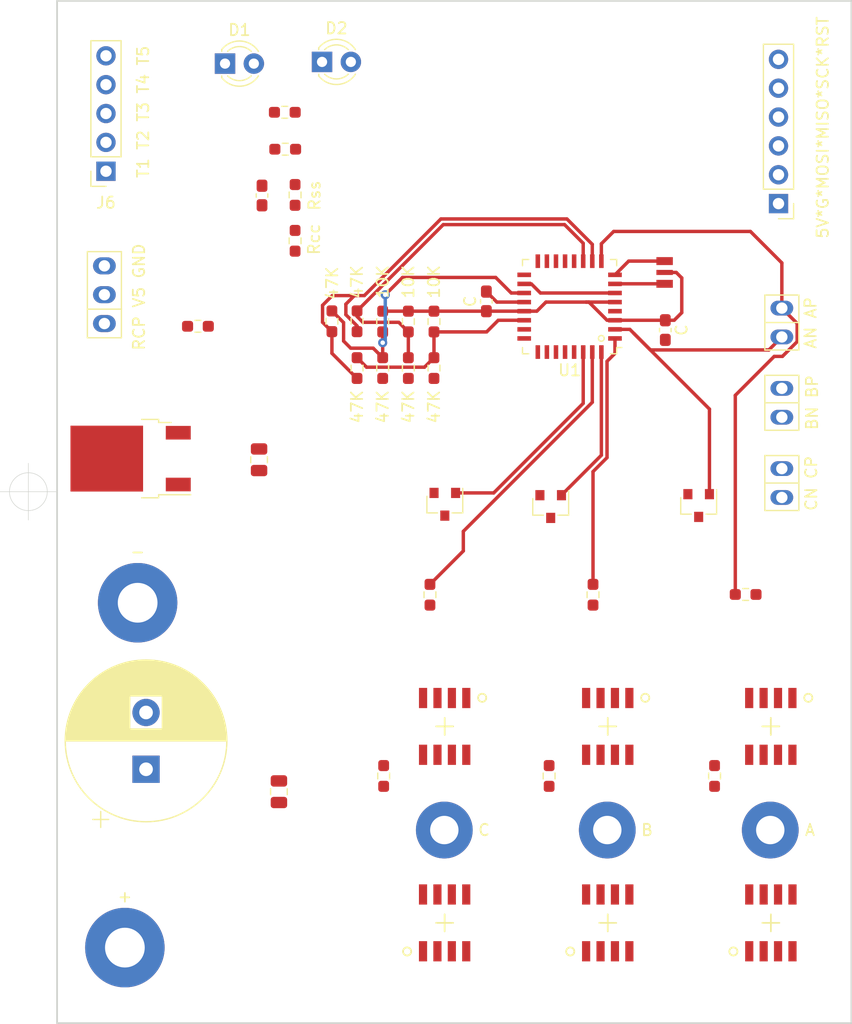
<source format=kicad_pcb>
(kicad_pcb (version 20171130) (host pcbnew 5.1.10)

  (general
    (thickness 1.6)
    (drawings 5)
    (tracks 102)
    (zones 0)
    (modules 51)
    (nets 42)
  )

  (page A4)
  (layers
    (0 F.Cu signal)
    (31 B.Cu signal)
    (32 B.Adhes user)
    (33 F.Adhes user)
    (34 B.Paste user)
    (35 F.Paste user)
    (36 B.SilkS user)
    (37 F.SilkS user)
    (38 B.Mask user)
    (39 F.Mask user)
    (40 Dwgs.User user)
    (41 Cmts.User user)
    (42 Eco1.User user)
    (43 Eco2.User user)
    (44 Edge.Cuts user)
    (45 Margin user)
    (46 B.CrtYd user)
    (47 F.CrtYd user)
    (48 B.Fab user)
    (49 F.Fab user)
  )

  (setup
    (last_trace_width 0.3)
    (user_trace_width 0.6)
    (user_trace_width 2)
    (user_trace_width 4)
    (trace_clearance 0.2)
    (zone_clearance 0.508)
    (zone_45_only yes)
    (trace_min 0.2)
    (via_size 0.8)
    (via_drill 0.4)
    (via_min_size 0.4)
    (via_min_drill 0.3)
    (user_via 0.4 0.3)
    (uvia_size 0.3)
    (uvia_drill 0.1)
    (uvias_allowed no)
    (uvia_min_size 0.2)
    (uvia_min_drill 0.1)
    (edge_width 0.05)
    (segment_width 0.2)
    (pcb_text_width 0.3)
    (pcb_text_size 1.5 1.5)
    (mod_edge_width 0.12)
    (mod_text_size 1 1)
    (mod_text_width 0.15)
    (pad_size 1.524 1.524)
    (pad_drill 0.762)
    (pad_to_mask_clearance 0)
    (aux_axis_origin 47.36 57.51)
    (visible_elements FFFFF77F)
    (pcbplotparams
      (layerselection 0x010fc_ffffffff)
      (usegerberextensions false)
      (usegerberattributes true)
      (usegerberadvancedattributes true)
      (creategerberjobfile true)
      (excludeedgelayer true)
      (linewidth 0.100000)
      (plotframeref false)
      (viasonmask false)
      (mode 1)
      (useauxorigin false)
      (hpglpennumber 1)
      (hpglpenspeed 20)
      (hpglpendiameter 15.000000)
      (psnegative false)
      (psa4output false)
      (plotreference true)
      (plotvalue true)
      (plotinvisibletext false)
      (padsonsilk false)
      (subtractmaskfromsilk false)
      (outputformat 1)
      (mirror false)
      (drillshape 1)
      (scaleselection 1)
      (outputdirectory ""))
  )

  (net 0 "")
  (net 1 VCC)
  (net 2 GND)
  (net 3 +5V)
  (net 4 "Net-(D1-Pad2)")
  (net 5 "Net-(D2-Pad2)")
  (net 6 OUT_A)
  (net 7 OUT_B)
  (net 8 OUT_C)
  (net 9 TEST1)
  (net 10 TEST2)
  (net 11 TEST3)
  (net 12 "Net-(J7-Pad1)")
  (net 13 AP)
  (net 14 AN)
  (net 15 BN)
  (net 16 BP)
  (net 17 CP)
  (net 18 CN)
  (net 19 MOSI)
  (net 20 MISO)
  (net 21 RESET)
  (net 22 SCK)
  (net 23 "Net-(Q1-Pad3)")
  (net 24 "Net-(Q2-Pad4)")
  (net 25 "Net-(Q4-Pad3)")
  (net 26 "Net-(Q5-Pad4)")
  (net 27 "Net-(Q7-Pad3)")
  (net 28 "Net-(Q8-Pad4)")
  (net 29 V_SAMPLE)
  (net 30 Fa)
  (net 31 Fb)
  (net 32 Fc)
  (net 33 Fabc)
  (net 34 LED1)
  (net 35 LED2)
  (net 36 RCP)
  (net 37 "Net-(U1-Pad7)")
  (net 38 "Net-(U1-Pad8)")
  (net 39 TEST4)
  (net 40 TEST5)
  (net 41 "Net-(C3-Pad1)")

  (net_class Default "This is the default net class."
    (clearance 0.2)
    (trace_width 0.3)
    (via_dia 0.8)
    (via_drill 0.4)
    (uvia_dia 0.3)
    (uvia_drill 0.1)
    (add_net +5V)
    (add_net AN)
    (add_net AP)
    (add_net BN)
    (add_net BP)
    (add_net CN)
    (add_net CP)
    (add_net Fa)
    (add_net Fabc)
    (add_net Fb)
    (add_net Fc)
    (add_net GND)
    (add_net LED1)
    (add_net LED2)
    (add_net MISO)
    (add_net MOSI)
    (add_net "Net-(C3-Pad1)")
    (add_net "Net-(D1-Pad2)")
    (add_net "Net-(D2-Pad2)")
    (add_net "Net-(J7-Pad1)")
    (add_net "Net-(Q1-Pad3)")
    (add_net "Net-(Q2-Pad4)")
    (add_net "Net-(Q4-Pad3)")
    (add_net "Net-(Q5-Pad4)")
    (add_net "Net-(Q7-Pad3)")
    (add_net "Net-(Q8-Pad4)")
    (add_net "Net-(U1-Pad7)")
    (add_net "Net-(U1-Pad8)")
    (add_net OUT_A)
    (add_net OUT_B)
    (add_net OUT_C)
    (add_net RCP)
    (add_net RESET)
    (add_net SCK)
    (add_net TEST1)
    (add_net TEST2)
    (add_net TEST3)
    (add_net TEST4)
    (add_net TEST5)
    (add_net VCC)
    (add_net V_SAMPLE)
  )

  (module footprint:R_0603_Pad0.98x0.95mm_HandSolder (layer F.Cu) (tedit 60B57285) (tstamp 61453662)
    (at 87.94 98.2375 90)
    (descr "Resistor SMD 0603 (1608 Metric), square (rectangular) end terminal, IPC_7351 nominal with elongated pad for handsoldering. (Body size source: IPC-SM-782 page 72, https://www.pcb-3d.com/wordpress/wp-content/uploads/ipc-sm-782a_amendment_1_and_2.pdf), generated with kicad-footprint-generator")
    (tags "resistor handsolder")
    (path /604DB042/604E3BE4)
    (attr smd)
    (fp_text reference R17 (at 0 -1.43 90) (layer F.Fab)
      (effects (font (size 1 1) (thickness 0.15)))
    )
    (fp_text value 1K (at 0 1.43 90) (layer F.Fab)
      (effects (font (size 1 1) (thickness 0.15)))
    )
    (fp_line (start 1.65 0.73) (end -1.65 0.73) (layer F.CrtYd) (width 0.05))
    (fp_line (start 1.65 -0.73) (end 1.65 0.73) (layer F.CrtYd) (width 0.05))
    (fp_line (start -1.65 -0.73) (end 1.65 -0.73) (layer F.CrtYd) (width 0.05))
    (fp_line (start -1.65 0.73) (end -1.65 -0.73) (layer F.CrtYd) (width 0.05))
    (fp_line (start -0.254724 0.5225) (end 0.254724 0.5225) (layer F.SilkS) (width 0.12))
    (fp_line (start -0.254724 -0.5225) (end 0.254724 -0.5225) (layer F.SilkS) (width 0.12))
    (fp_line (start 0.8 0.4125) (end -0.8 0.4125) (layer F.Fab) (width 0.1))
    (fp_line (start 0.8 -0.4125) (end 0.8 0.4125) (layer F.Fab) (width 0.1))
    (fp_line (start -0.8 -0.4125) (end 0.8 -0.4125) (layer F.Fab) (width 0.1))
    (fp_line (start -0.8 0.4125) (end -0.8 -0.4125) (layer F.Fab) (width 0.1))
    (fp_text user %R (at 0 0 90) (layer F.Fab)
      (effects (font (size 0.4 0.4) (thickness 0.06)))
    )
    (pad 1 smd roundrect (at -0.9125 0 90) (size 0.975 0.95) (layers F.Cu F.Paste F.Mask) (roundrect_rratio 0.25)
      (net 1 VCC))
    (pad 2 smd roundrect (at 0.9125 0 90) (size 0.975 0.95) (layers F.Cu F.Paste F.Mask) (roundrect_rratio 0.25)
      (net 23 "Net-(Q1-Pad3)"))
    (model ${KISYS3DMOD}/Resistor_SMD.3dshapes/R_0603_1608Metric.wrl
      (at (xyz 0 0 0))
      (scale (xyz 1 1 1))
      (rotate (xyz 0 0 0))
    )
  )

  (module footprint:QFP-32_8x8_Pitch0.8mm (layer F.Cu) (tedit 614AA144) (tstamp 61500AAA)
    (at 75.165 56.92 180)
    (path /60C337FE)
    (attr smd)
    (fp_text reference U1 (at 0 -5.6) (layer F.SilkS)
      (effects (font (size 1 1) (thickness 0.15)))
    )
    (fp_text value ATmega48P-20AU (at 0 5.6) (layer F.Fab)
      (effects (font (size 1 1) (thickness 0.15)))
    )
    (fp_line (start -5.1 5.1) (end -5.1 -5.1) (layer F.CrtYd) (width 0.05))
    (fp_line (start 5.1 5.1) (end -5.1 5.1) (layer F.CrtYd) (width 0.05))
    (fp_line (start 5.1 -5.1) (end 5.1 5.1) (layer F.CrtYd) (width 0.05))
    (fp_line (start -5.1 -5.1) (end 5.1 -5.1) (layer F.CrtYd) (width 0.05))
    (fp_line (start 4.15 4.15) (end 4.15 3.6) (layer F.SilkS) (width 0.12))
    (fp_line (start 3.6 4.15) (end 4.15 4.15) (layer F.SilkS) (width 0.12))
    (fp_line (start -4.15 4.15) (end -4.15 3.6) (layer F.SilkS) (width 0.12))
    (fp_line (start -3.6 4.15) (end -4.15 4.15) (layer F.SilkS) (width 0.12))
    (fp_line (start 4.15 -4.15) (end 4.15 -3.6) (layer F.SilkS) (width 0.12))
    (fp_line (start 3.6 -4.15) (end 4.15 -4.15) (layer F.SilkS) (width 0.12))
    (fp_line (start -4.15 -3.6) (end -4.6 -3.6) (layer F.SilkS) (width 0.12))
    (fp_line (start -4.15 -4.15) (end -4.15 -3.6) (layer F.SilkS) (width 0.12))
    (fp_line (start -3.6 -4.15) (end -4.15 -4.15) (layer F.SilkS) (width 0.12))
    (fp_line (start 4 -4) (end -3 -4) (layer F.Fab) (width 0.1))
    (fp_line (start 4 4) (end 4 -4) (layer F.Fab) (width 0.1))
    (fp_line (start -4 4) (end 4 4) (layer F.Fab) (width 0.1))
    (fp_line (start -4 -3) (end -4 4) (layer F.Fab) (width 0.1))
    (fp_line (start -3 -4) (end -4 -3) (layer F.Fab) (width 0.1))
    (fp_circle (center -2.794 -2.794) (end -2.794 -2.54) (layer F.SilkS) (width 0.12))
    (pad 32 smd rect (at -2.8 -4 180) (size 0.4 1.2) (layers F.Cu F.Paste F.Mask)
      (net 16 BP))
    (pad 31 smd rect (at -2 -4 180) (size 0.4 1.2) (layers F.Cu F.Paste F.Mask)
      (net 18 CN))
    (pad 30 smd rect (at -1.2 -4 180) (size 0.4 1.2) (layers F.Cu F.Paste F.Mask)
      (net 17 CP))
    (pad 29 smd rect (at -0.4 -4 180) (size 0.4 1.2) (layers F.Cu F.Paste F.Mask)
      (net 21 RESET))
    (pad 28 smd rect (at 0.4 -4 180) (size 0.4 1.2) (layers F.Cu F.Paste F.Mask)
      (net 29 V_SAMPLE))
    (pad 27 smd rect (at 1.2 -4 180) (size 0.4 1.2) (layers F.Cu F.Paste F.Mask)
      (net 40 TEST5))
    (pad 26 smd rect (at 2 -4 180) (size 0.4 1.2) (layers F.Cu F.Paste F.Mask)
      (net 34 LED1))
    (pad 25 smd rect (at 2.8 -4 180) (size 0.4 1.2) (layers F.Cu F.Paste F.Mask)
      (net 35 LED2))
    (pad 24 smd rect (at 4 -2.8 270) (size 0.4 1.2) (layers F.Cu F.Paste F.Mask)
      (net 39 TEST4))
    (pad 23 smd rect (at 4 -2 270) (size 0.4 1.2) (layers F.Cu F.Paste F.Mask)
      (net 11 TEST3))
    (pad 22 smd rect (at 4 -1.2 270) (size 0.4 1.2) (layers F.Cu F.Paste F.Mask)
      (net 30 Fa))
    (pad 21 smd rect (at 4 -0.4 270) (size 0.4 1.2) (layers F.Cu F.Paste F.Mask)
      (net 2 GND))
    (pad 20 smd rect (at 4 0.4 270) (size 0.4 1.2) (layers F.Cu F.Paste F.Mask)
      (net 41 "Net-(C3-Pad1)"))
    (pad 19 smd rect (at 4 1.2 270) (size 0.4 1.2) (layers F.Cu F.Paste F.Mask)
      (net 32 Fc))
    (pad 18 smd rect (at 4 2 270) (size 0.4 1.2) (layers F.Cu F.Paste F.Mask)
      (net 3 +5V))
    (pad 17 smd rect (at 4 2.8 270) (size 0.4 1.2) (layers F.Cu F.Paste F.Mask)
      (net 22 SCK))
    (pad 16 smd rect (at 2.8 4 180) (size 0.4 1.2) (layers F.Cu F.Paste F.Mask)
      (net 20 MISO))
    (pad 15 smd rect (at 2 4 180) (size 0.4 1.2) (layers F.Cu F.Paste F.Mask)
      (net 19 MOSI))
    (pad 14 smd rect (at 1.2 4 180) (size 0.4 1.2) (layers F.Cu F.Paste F.Mask)
      (net 10 TEST2))
    (pad 13 smd rect (at 0.4 4 180) (size 0.4 1.2) (layers F.Cu F.Paste F.Mask)
      (net 9 TEST1))
    (pad 12 smd rect (at -0.4 4 180) (size 0.4 1.2) (layers F.Cu F.Paste F.Mask)
      (net 36 RCP))
    (pad 11 smd rect (at -1.2 4 180) (size 0.4 1.2) (layers F.Cu F.Paste F.Mask)
      (net 31 Fb))
    (pad 10 smd rect (at -2 4 180) (size 0.4 1.2) (layers F.Cu F.Paste F.Mask)
      (net 33 Fabc))
    (pad 9 smd rect (at -2.8 4 180) (size 0.4 1.2) (layers F.Cu F.Paste F.Mask)
      (net 14 AN))
    (pad 8 smd rect (at -4 2.8 270) (size 0.4 1.2) (layers F.Cu F.Paste F.Mask)
      (net 38 "Net-(U1-Pad8)"))
    (pad 7 smd rect (at -4 2 270) (size 0.4 1.2) (layers F.Cu F.Paste F.Mask)
      (net 37 "Net-(U1-Pad7)"))
    (pad 6 smd rect (at -4 1.2 270) (size 0.4 1.2) (layers F.Cu F.Paste F.Mask)
      (net 3 +5V))
    (pad 5 smd rect (at -4 0.4 270) (size 0.4 1.2) (layers F.Cu F.Paste F.Mask)
      (net 2 GND))
    (pad 4 smd rect (at -4 -0.4 270) (size 0.4 1.2) (layers F.Cu F.Paste F.Mask)
      (net 3 +5V))
    (pad 3 smd rect (at -4 -1.2 270) (size 0.4 1.2) (layers F.Cu F.Paste F.Mask)
      (net 2 GND))
    (pad 2 smd rect (at -4 -2 270) (size 0.4 1.2) (layers F.Cu F.Paste F.Mask)
      (net 13 AP))
    (pad 1 smd rect (at -4 -2.8 270) (size 0.4 1.2) (layers F.Cu F.Paste F.Mask)
      (net 15 BN))
    (model ${KISYS3DMOD}/Package_QFP.3dshapes/TQFP-32_7x7mm_P0.8mm.wrl
      (at (xyz 0 0 0))
      (scale (xyz 1 1 1))
      (rotate (xyz 0 0 0))
    )
  )

  (module Capacitor_THT:CP_Radial_D14.0mm_P5.00mm (layer F.Cu) (tedit 5AE50EF1) (tstamp 61453391)
    (at 37.84 97.65 90)
    (descr "CP, Radial series, Radial, pin pitch=5.00mm, , diameter=14mm, Electrolytic Capacitor")
    (tags "CP Radial series Radial pin pitch 5.00mm  diameter 14mm Electrolytic Capacitor")
    (path /605B664C)
    (fp_text reference C1 (at 2.5 -8.25 90) (layer F.SilkS) hide
      (effects (font (size 1 1) (thickness 0.15)))
    )
    (fp_text value C (at 2.5 8.25 90) (layer F.Fab)
      (effects (font (size 1 1) (thickness 0.15)))
    )
    (fp_line (start -4.419543 -4.695) (end -4.419543 -3.295) (layer F.SilkS) (width 0.12))
    (fp_line (start -5.119543 -3.995) (end -3.719543 -3.995) (layer F.SilkS) (width 0.12))
    (fp_line (start 9.581 -0.714) (end 9.581 0.714) (layer F.SilkS) (width 0.12))
    (fp_line (start 9.541 -1.025) (end 9.541 1.025) (layer F.SilkS) (width 0.12))
    (fp_line (start 9.501 -1.262) (end 9.501 1.262) (layer F.SilkS) (width 0.12))
    (fp_line (start 9.461 -1.461) (end 9.461 1.461) (layer F.SilkS) (width 0.12))
    (fp_line (start 9.421 -1.636) (end 9.421 1.636) (layer F.SilkS) (width 0.12))
    (fp_line (start 9.381 -1.794) (end 9.381 1.794) (layer F.SilkS) (width 0.12))
    (fp_line (start 9.341 -1.938) (end 9.341 1.938) (layer F.SilkS) (width 0.12))
    (fp_line (start 9.301 -2.071) (end 9.301 2.071) (layer F.SilkS) (width 0.12))
    (fp_line (start 9.261 -2.196) (end 9.261 2.196) (layer F.SilkS) (width 0.12))
    (fp_line (start 9.221 -2.313) (end 9.221 2.313) (layer F.SilkS) (width 0.12))
    (fp_line (start 9.181 -2.425) (end 9.181 2.425) (layer F.SilkS) (width 0.12))
    (fp_line (start 9.141 -2.53) (end 9.141 2.53) (layer F.SilkS) (width 0.12))
    (fp_line (start 9.101 -2.632) (end 9.101 2.632) (layer F.SilkS) (width 0.12))
    (fp_line (start 9.061 -2.728) (end 9.061 2.728) (layer F.SilkS) (width 0.12))
    (fp_line (start 9.021 -2.821) (end 9.021 2.821) (layer F.SilkS) (width 0.12))
    (fp_line (start 8.981 -2.911) (end 8.981 2.911) (layer F.SilkS) (width 0.12))
    (fp_line (start 8.941 -2.997) (end 8.941 2.997) (layer F.SilkS) (width 0.12))
    (fp_line (start 8.901 -3.08) (end 8.901 3.08) (layer F.SilkS) (width 0.12))
    (fp_line (start 8.861 -3.161) (end 8.861 3.161) (layer F.SilkS) (width 0.12))
    (fp_line (start 8.821 -3.24) (end 8.821 3.24) (layer F.SilkS) (width 0.12))
    (fp_line (start 8.781 -3.315) (end 8.781 3.315) (layer F.SilkS) (width 0.12))
    (fp_line (start 8.741 -3.389) (end 8.741 3.389) (layer F.SilkS) (width 0.12))
    (fp_line (start 8.701 -3.461) (end 8.701 3.461) (layer F.SilkS) (width 0.12))
    (fp_line (start 8.661 -3.531) (end 8.661 3.531) (layer F.SilkS) (width 0.12))
    (fp_line (start 8.621 -3.599) (end 8.621 3.599) (layer F.SilkS) (width 0.12))
    (fp_line (start 8.581 -3.666) (end 8.581 3.666) (layer F.SilkS) (width 0.12))
    (fp_line (start 8.541 -3.73) (end 8.541 3.73) (layer F.SilkS) (width 0.12))
    (fp_line (start 8.501 -3.794) (end 8.501 3.794) (layer F.SilkS) (width 0.12))
    (fp_line (start 8.461 -3.856) (end 8.461 3.856) (layer F.SilkS) (width 0.12))
    (fp_line (start 8.421 -3.916) (end 8.421 3.916) (layer F.SilkS) (width 0.12))
    (fp_line (start 8.381 -3.975) (end 8.381 3.975) (layer F.SilkS) (width 0.12))
    (fp_line (start 8.341 -4.033) (end 8.341 4.033) (layer F.SilkS) (width 0.12))
    (fp_line (start 8.301 -4.09) (end 8.301 4.09) (layer F.SilkS) (width 0.12))
    (fp_line (start 8.261 -4.146) (end 8.261 4.146) (layer F.SilkS) (width 0.12))
    (fp_line (start 8.221 -4.2) (end 8.221 4.2) (layer F.SilkS) (width 0.12))
    (fp_line (start 8.181 -4.254) (end 8.181 4.254) (layer F.SilkS) (width 0.12))
    (fp_line (start 8.141 -4.306) (end 8.141 4.306) (layer F.SilkS) (width 0.12))
    (fp_line (start 8.101 -4.358) (end 8.101 4.358) (layer F.SilkS) (width 0.12))
    (fp_line (start 8.061 -4.408) (end 8.061 4.408) (layer F.SilkS) (width 0.12))
    (fp_line (start 8.021 -4.458) (end 8.021 4.458) (layer F.SilkS) (width 0.12))
    (fp_line (start 7.981 -4.506) (end 7.981 4.506) (layer F.SilkS) (width 0.12))
    (fp_line (start 7.941 -4.554) (end 7.941 4.554) (layer F.SilkS) (width 0.12))
    (fp_line (start 7.901 -4.601) (end 7.901 4.601) (layer F.SilkS) (width 0.12))
    (fp_line (start 7.861 -4.647) (end 7.861 4.647) (layer F.SilkS) (width 0.12))
    (fp_line (start 7.821 -4.693) (end 7.821 4.693) (layer F.SilkS) (width 0.12))
    (fp_line (start 7.781 -4.737) (end 7.781 4.737) (layer F.SilkS) (width 0.12))
    (fp_line (start 7.741 -4.781) (end 7.741 4.781) (layer F.SilkS) (width 0.12))
    (fp_line (start 7.701 -4.824) (end 7.701 4.824) (layer F.SilkS) (width 0.12))
    (fp_line (start 7.661 -4.866) (end 7.661 4.866) (layer F.SilkS) (width 0.12))
    (fp_line (start 7.621 -4.908) (end 7.621 4.908) (layer F.SilkS) (width 0.12))
    (fp_line (start 7.581 -4.949) (end 7.581 4.949) (layer F.SilkS) (width 0.12))
    (fp_line (start 7.541 -4.99) (end 7.541 4.99) (layer F.SilkS) (width 0.12))
    (fp_line (start 7.501 -5.029) (end 7.501 5.029) (layer F.SilkS) (width 0.12))
    (fp_line (start 7.461 -5.069) (end 7.461 5.069) (layer F.SilkS) (width 0.12))
    (fp_line (start 7.421 -5.107) (end 7.421 5.107) (layer F.SilkS) (width 0.12))
    (fp_line (start 7.381 -5.145) (end 7.381 5.145) (layer F.SilkS) (width 0.12))
    (fp_line (start 7.341 -5.182) (end 7.341 5.182) (layer F.SilkS) (width 0.12))
    (fp_line (start 7.301 -5.219) (end 7.301 5.219) (layer F.SilkS) (width 0.12))
    (fp_line (start 7.261 -5.255) (end 7.261 5.255) (layer F.SilkS) (width 0.12))
    (fp_line (start 7.221 -5.291) (end 7.221 5.291) (layer F.SilkS) (width 0.12))
    (fp_line (start 7.181 -5.326) (end 7.181 5.326) (layer F.SilkS) (width 0.12))
    (fp_line (start 7.141 -5.361) (end 7.141 5.361) (layer F.SilkS) (width 0.12))
    (fp_line (start 7.101 -5.395) (end 7.101 5.395) (layer F.SilkS) (width 0.12))
    (fp_line (start 7.061 -5.429) (end 7.061 5.429) (layer F.SilkS) (width 0.12))
    (fp_line (start 7.021 -5.462) (end 7.021 5.462) (layer F.SilkS) (width 0.12))
    (fp_line (start 6.981 -5.494) (end 6.981 5.494) (layer F.SilkS) (width 0.12))
    (fp_line (start 6.941 -5.527) (end 6.941 5.527) (layer F.SilkS) (width 0.12))
    (fp_line (start 6.901 -5.558) (end 6.901 5.558) (layer F.SilkS) (width 0.12))
    (fp_line (start 6.861 -5.589) (end 6.861 5.589) (layer F.SilkS) (width 0.12))
    (fp_line (start 6.821 -5.62) (end 6.821 5.62) (layer F.SilkS) (width 0.12))
    (fp_line (start 6.781 -5.65) (end 6.781 5.65) (layer F.SilkS) (width 0.12))
    (fp_line (start 6.741 -5.68) (end 6.741 5.68) (layer F.SilkS) (width 0.12))
    (fp_line (start 6.701 -5.71) (end 6.701 5.71) (layer F.SilkS) (width 0.12))
    (fp_line (start 6.661 -5.739) (end 6.661 5.739) (layer F.SilkS) (width 0.12))
    (fp_line (start 6.621 -5.767) (end 6.621 5.767) (layer F.SilkS) (width 0.12))
    (fp_line (start 6.581 -5.796) (end 6.581 5.796) (layer F.SilkS) (width 0.12))
    (fp_line (start 6.541 -5.823) (end 6.541 5.823) (layer F.SilkS) (width 0.12))
    (fp_line (start 6.501 -5.851) (end 6.501 5.851) (layer F.SilkS) (width 0.12))
    (fp_line (start 6.461 -5.878) (end 6.461 5.878) (layer F.SilkS) (width 0.12))
    (fp_line (start 6.421 1.44) (end 6.421 5.904) (layer F.SilkS) (width 0.12))
    (fp_line (start 6.421 -5.904) (end 6.421 -1.44) (layer F.SilkS) (width 0.12))
    (fp_line (start 6.381 1.44) (end 6.381 5.93) (layer F.SilkS) (width 0.12))
    (fp_line (start 6.381 -5.93) (end 6.381 -1.44) (layer F.SilkS) (width 0.12))
    (fp_line (start 6.341 1.44) (end 6.341 5.956) (layer F.SilkS) (width 0.12))
    (fp_line (start 6.341 -5.956) (end 6.341 -1.44) (layer F.SilkS) (width 0.12))
    (fp_line (start 6.301 1.44) (end 6.301 5.982) (layer F.SilkS) (width 0.12))
    (fp_line (start 6.301 -5.982) (end 6.301 -1.44) (layer F.SilkS) (width 0.12))
    (fp_line (start 6.261 1.44) (end 6.261 6.007) (layer F.SilkS) (width 0.12))
    (fp_line (start 6.261 -6.007) (end 6.261 -1.44) (layer F.SilkS) (width 0.12))
    (fp_line (start 6.221 1.44) (end 6.221 6.031) (layer F.SilkS) (width 0.12))
    (fp_line (start 6.221 -6.031) (end 6.221 -1.44) (layer F.SilkS) (width 0.12))
    (fp_line (start 6.181 1.44) (end 6.181 6.056) (layer F.SilkS) (width 0.12))
    (fp_line (start 6.181 -6.056) (end 6.181 -1.44) (layer F.SilkS) (width 0.12))
    (fp_line (start 6.141 1.44) (end 6.141 6.08) (layer F.SilkS) (width 0.12))
    (fp_line (start 6.141 -6.08) (end 6.141 -1.44) (layer F.SilkS) (width 0.12))
    (fp_line (start 6.101 1.44) (end 6.101 6.103) (layer F.SilkS) (width 0.12))
    (fp_line (start 6.101 -6.103) (end 6.101 -1.44) (layer F.SilkS) (width 0.12))
    (fp_line (start 6.061 1.44) (end 6.061 6.127) (layer F.SilkS) (width 0.12))
    (fp_line (start 6.061 -6.127) (end 6.061 -1.44) (layer F.SilkS) (width 0.12))
    (fp_line (start 6.021 1.44) (end 6.021 6.15) (layer F.SilkS) (width 0.12))
    (fp_line (start 6.021 -6.15) (end 6.021 -1.44) (layer F.SilkS) (width 0.12))
    (fp_line (start 5.981 1.44) (end 5.981 6.172) (layer F.SilkS) (width 0.12))
    (fp_line (start 5.981 -6.172) (end 5.981 -1.44) (layer F.SilkS) (width 0.12))
    (fp_line (start 5.941 1.44) (end 5.941 6.194) (layer F.SilkS) (width 0.12))
    (fp_line (start 5.941 -6.194) (end 5.941 -1.44) (layer F.SilkS) (width 0.12))
    (fp_line (start 5.901 1.44) (end 5.901 6.216) (layer F.SilkS) (width 0.12))
    (fp_line (start 5.901 -6.216) (end 5.901 -1.44) (layer F.SilkS) (width 0.12))
    (fp_line (start 5.861 1.44) (end 5.861 6.238) (layer F.SilkS) (width 0.12))
    (fp_line (start 5.861 -6.238) (end 5.861 -1.44) (layer F.SilkS) (width 0.12))
    (fp_line (start 5.821 1.44) (end 5.821 6.259) (layer F.SilkS) (width 0.12))
    (fp_line (start 5.821 -6.259) (end 5.821 -1.44) (layer F.SilkS) (width 0.12))
    (fp_line (start 5.781 1.44) (end 5.781 6.28) (layer F.SilkS) (width 0.12))
    (fp_line (start 5.781 -6.28) (end 5.781 -1.44) (layer F.SilkS) (width 0.12))
    (fp_line (start 5.741 1.44) (end 5.741 6.301) (layer F.SilkS) (width 0.12))
    (fp_line (start 5.741 -6.301) (end 5.741 -1.44) (layer F.SilkS) (width 0.12))
    (fp_line (start 5.701 1.44) (end 5.701 6.321) (layer F.SilkS) (width 0.12))
    (fp_line (start 5.701 -6.321) (end 5.701 -1.44) (layer F.SilkS) (width 0.12))
    (fp_line (start 5.661 1.44) (end 5.661 6.341) (layer F.SilkS) (width 0.12))
    (fp_line (start 5.661 -6.341) (end 5.661 -1.44) (layer F.SilkS) (width 0.12))
    (fp_line (start 5.621 1.44) (end 5.621 6.36) (layer F.SilkS) (width 0.12))
    (fp_line (start 5.621 -6.36) (end 5.621 -1.44) (layer F.SilkS) (width 0.12))
    (fp_line (start 5.581 1.44) (end 5.581 6.38) (layer F.SilkS) (width 0.12))
    (fp_line (start 5.581 -6.38) (end 5.581 -1.44) (layer F.SilkS) (width 0.12))
    (fp_line (start 5.541 1.44) (end 5.541 6.399) (layer F.SilkS) (width 0.12))
    (fp_line (start 5.541 -6.399) (end 5.541 -1.44) (layer F.SilkS) (width 0.12))
    (fp_line (start 5.501 1.44) (end 5.501 6.418) (layer F.SilkS) (width 0.12))
    (fp_line (start 5.501 -6.418) (end 5.501 -1.44) (layer F.SilkS) (width 0.12))
    (fp_line (start 5.461 1.44) (end 5.461 6.436) (layer F.SilkS) (width 0.12))
    (fp_line (start 5.461 -6.436) (end 5.461 -1.44) (layer F.SilkS) (width 0.12))
    (fp_line (start 5.421 1.44) (end 5.421 6.454) (layer F.SilkS) (width 0.12))
    (fp_line (start 5.421 -6.454) (end 5.421 -1.44) (layer F.SilkS) (width 0.12))
    (fp_line (start 5.381 1.44) (end 5.381 6.472) (layer F.SilkS) (width 0.12))
    (fp_line (start 5.381 -6.472) (end 5.381 -1.44) (layer F.SilkS) (width 0.12))
    (fp_line (start 5.341 1.44) (end 5.341 6.49) (layer F.SilkS) (width 0.12))
    (fp_line (start 5.341 -6.49) (end 5.341 -1.44) (layer F.SilkS) (width 0.12))
    (fp_line (start 5.301 1.44) (end 5.301 6.507) (layer F.SilkS) (width 0.12))
    (fp_line (start 5.301 -6.507) (end 5.301 -1.44) (layer F.SilkS) (width 0.12))
    (fp_line (start 5.261 1.44) (end 5.261 6.524) (layer F.SilkS) (width 0.12))
    (fp_line (start 5.261 -6.524) (end 5.261 -1.44) (layer F.SilkS) (width 0.12))
    (fp_line (start 5.221 1.44) (end 5.221 6.54) (layer F.SilkS) (width 0.12))
    (fp_line (start 5.221 -6.54) (end 5.221 -1.44) (layer F.SilkS) (width 0.12))
    (fp_line (start 5.181 1.44) (end 5.181 6.557) (layer F.SilkS) (width 0.12))
    (fp_line (start 5.181 -6.557) (end 5.181 -1.44) (layer F.SilkS) (width 0.12))
    (fp_line (start 5.141 1.44) (end 5.141 6.573) (layer F.SilkS) (width 0.12))
    (fp_line (start 5.141 -6.573) (end 5.141 -1.44) (layer F.SilkS) (width 0.12))
    (fp_line (start 5.101 1.44) (end 5.101 6.589) (layer F.SilkS) (width 0.12))
    (fp_line (start 5.101 -6.589) (end 5.101 -1.44) (layer F.SilkS) (width 0.12))
    (fp_line (start 5.061 1.44) (end 5.061 6.604) (layer F.SilkS) (width 0.12))
    (fp_line (start 5.061 -6.604) (end 5.061 -1.44) (layer F.SilkS) (width 0.12))
    (fp_line (start 5.021 1.44) (end 5.021 6.62) (layer F.SilkS) (width 0.12))
    (fp_line (start 5.021 -6.62) (end 5.021 -1.44) (layer F.SilkS) (width 0.12))
    (fp_line (start 4.981 1.44) (end 4.981 6.635) (layer F.SilkS) (width 0.12))
    (fp_line (start 4.981 -6.635) (end 4.981 -1.44) (layer F.SilkS) (width 0.12))
    (fp_line (start 4.941 1.44) (end 4.941 6.649) (layer F.SilkS) (width 0.12))
    (fp_line (start 4.941 -6.649) (end 4.941 -1.44) (layer F.SilkS) (width 0.12))
    (fp_line (start 4.901 1.44) (end 4.901 6.664) (layer F.SilkS) (width 0.12))
    (fp_line (start 4.901 -6.664) (end 4.901 -1.44) (layer F.SilkS) (width 0.12))
    (fp_line (start 4.861 1.44) (end 4.861 6.678) (layer F.SilkS) (width 0.12))
    (fp_line (start 4.861 -6.678) (end 4.861 -1.44) (layer F.SilkS) (width 0.12))
    (fp_line (start 4.821 1.44) (end 4.821 6.692) (layer F.SilkS) (width 0.12))
    (fp_line (start 4.821 -6.692) (end 4.821 -1.44) (layer F.SilkS) (width 0.12))
    (fp_line (start 4.781 1.44) (end 4.781 6.706) (layer F.SilkS) (width 0.12))
    (fp_line (start 4.781 -6.706) (end 4.781 -1.44) (layer F.SilkS) (width 0.12))
    (fp_line (start 4.741 1.44) (end 4.741 6.719) (layer F.SilkS) (width 0.12))
    (fp_line (start 4.741 -6.719) (end 4.741 -1.44) (layer F.SilkS) (width 0.12))
    (fp_line (start 4.701 1.44) (end 4.701 6.732) (layer F.SilkS) (width 0.12))
    (fp_line (start 4.701 -6.732) (end 4.701 -1.44) (layer F.SilkS) (width 0.12))
    (fp_line (start 4.661 1.44) (end 4.661 6.745) (layer F.SilkS) (width 0.12))
    (fp_line (start 4.661 -6.745) (end 4.661 -1.44) (layer F.SilkS) (width 0.12))
    (fp_line (start 4.621 1.44) (end 4.621 6.758) (layer F.SilkS) (width 0.12))
    (fp_line (start 4.621 -6.758) (end 4.621 -1.44) (layer F.SilkS) (width 0.12))
    (fp_line (start 4.581 1.44) (end 4.581 6.77) (layer F.SilkS) (width 0.12))
    (fp_line (start 4.581 -6.77) (end 4.581 -1.44) (layer F.SilkS) (width 0.12))
    (fp_line (start 4.541 1.44) (end 4.541 6.782) (layer F.SilkS) (width 0.12))
    (fp_line (start 4.541 -6.782) (end 4.541 -1.44) (layer F.SilkS) (width 0.12))
    (fp_line (start 4.501 1.44) (end 4.501 6.794) (layer F.SilkS) (width 0.12))
    (fp_line (start 4.501 -6.794) (end 4.501 -1.44) (layer F.SilkS) (width 0.12))
    (fp_line (start 4.461 1.44) (end 4.461 6.805) (layer F.SilkS) (width 0.12))
    (fp_line (start 4.461 -6.805) (end 4.461 -1.44) (layer F.SilkS) (width 0.12))
    (fp_line (start 4.421 1.44) (end 4.421 6.817) (layer F.SilkS) (width 0.12))
    (fp_line (start 4.421 -6.817) (end 4.421 -1.44) (layer F.SilkS) (width 0.12))
    (fp_line (start 4.381 1.44) (end 4.381 6.828) (layer F.SilkS) (width 0.12))
    (fp_line (start 4.381 -6.828) (end 4.381 -1.44) (layer F.SilkS) (width 0.12))
    (fp_line (start 4.341 1.44) (end 4.341 6.839) (layer F.SilkS) (width 0.12))
    (fp_line (start 4.341 -6.839) (end 4.341 -1.44) (layer F.SilkS) (width 0.12))
    (fp_line (start 4.301 1.44) (end 4.301 6.849) (layer F.SilkS) (width 0.12))
    (fp_line (start 4.301 -6.849) (end 4.301 -1.44) (layer F.SilkS) (width 0.12))
    (fp_line (start 4.261 1.44) (end 4.261 6.86) (layer F.SilkS) (width 0.12))
    (fp_line (start 4.261 -6.86) (end 4.261 -1.44) (layer F.SilkS) (width 0.12))
    (fp_line (start 4.221 1.44) (end 4.221 6.87) (layer F.SilkS) (width 0.12))
    (fp_line (start 4.221 -6.87) (end 4.221 -1.44) (layer F.SilkS) (width 0.12))
    (fp_line (start 4.181 1.44) (end 4.181 6.879) (layer F.SilkS) (width 0.12))
    (fp_line (start 4.181 -6.879) (end 4.181 -1.44) (layer F.SilkS) (width 0.12))
    (fp_line (start 4.141 1.44) (end 4.141 6.889) (layer F.SilkS) (width 0.12))
    (fp_line (start 4.141 -6.889) (end 4.141 -1.44) (layer F.SilkS) (width 0.12))
    (fp_line (start 4.101 1.44) (end 4.101 6.898) (layer F.SilkS) (width 0.12))
    (fp_line (start 4.101 -6.898) (end 4.101 -1.44) (layer F.SilkS) (width 0.12))
    (fp_line (start 4.061 1.44) (end 4.061 6.907) (layer F.SilkS) (width 0.12))
    (fp_line (start 4.061 -6.907) (end 4.061 -1.44) (layer F.SilkS) (width 0.12))
    (fp_line (start 4.021 1.44) (end 4.021 6.916) (layer F.SilkS) (width 0.12))
    (fp_line (start 4.021 -6.916) (end 4.021 -1.44) (layer F.SilkS) (width 0.12))
    (fp_line (start 3.981 1.44) (end 3.981 6.925) (layer F.SilkS) (width 0.12))
    (fp_line (start 3.981 -6.925) (end 3.981 -1.44) (layer F.SilkS) (width 0.12))
    (fp_line (start 3.941 1.44) (end 3.941 6.933) (layer F.SilkS) (width 0.12))
    (fp_line (start 3.941 -6.933) (end 3.941 -1.44) (layer F.SilkS) (width 0.12))
    (fp_line (start 3.901 1.44) (end 3.901 6.942) (layer F.SilkS) (width 0.12))
    (fp_line (start 3.901 -6.942) (end 3.901 -1.44) (layer F.SilkS) (width 0.12))
    (fp_line (start 3.861 1.44) (end 3.861 6.949) (layer F.SilkS) (width 0.12))
    (fp_line (start 3.861 -6.949) (end 3.861 -1.44) (layer F.SilkS) (width 0.12))
    (fp_line (start 3.821 1.44) (end 3.821 6.957) (layer F.SilkS) (width 0.12))
    (fp_line (start 3.821 -6.957) (end 3.821 -1.44) (layer F.SilkS) (width 0.12))
    (fp_line (start 3.781 1.44) (end 3.781 6.964) (layer F.SilkS) (width 0.12))
    (fp_line (start 3.781 -6.964) (end 3.781 -1.44) (layer F.SilkS) (width 0.12))
    (fp_line (start 3.741 1.44) (end 3.741 6.972) (layer F.SilkS) (width 0.12))
    (fp_line (start 3.741 -6.972) (end 3.741 -1.44) (layer F.SilkS) (width 0.12))
    (fp_line (start 3.701 1.44) (end 3.701 6.979) (layer F.SilkS) (width 0.12))
    (fp_line (start 3.701 -6.979) (end 3.701 -1.44) (layer F.SilkS) (width 0.12))
    (fp_line (start 3.661 1.44) (end 3.661 6.985) (layer F.SilkS) (width 0.12))
    (fp_line (start 3.661 -6.985) (end 3.661 -1.44) (layer F.SilkS) (width 0.12))
    (fp_line (start 3.621 1.44) (end 3.621 6.992) (layer F.SilkS) (width 0.12))
    (fp_line (start 3.621 -6.992) (end 3.621 -1.44) (layer F.SilkS) (width 0.12))
    (fp_line (start 3.581 1.44) (end 3.581 6.998) (layer F.SilkS) (width 0.12))
    (fp_line (start 3.581 -6.998) (end 3.581 -1.44) (layer F.SilkS) (width 0.12))
    (fp_line (start 3.541 -7.004) (end 3.541 7.004) (layer F.SilkS) (width 0.12))
    (fp_line (start 3.501 -7.01) (end 3.501 7.01) (layer F.SilkS) (width 0.12))
    (fp_line (start 3.461 -7.015) (end 3.461 7.015) (layer F.SilkS) (width 0.12))
    (fp_line (start 3.421 -7.021) (end 3.421 7.021) (layer F.SilkS) (width 0.12))
    (fp_line (start 3.381 -7.026) (end 3.381 7.026) (layer F.SilkS) (width 0.12))
    (fp_line (start 3.341 -7.031) (end 3.341 7.031) (layer F.SilkS) (width 0.12))
    (fp_line (start 3.301 -7.035) (end 3.301 7.035) (layer F.SilkS) (width 0.12))
    (fp_line (start 3.261 -7.04) (end 3.261 7.04) (layer F.SilkS) (width 0.12))
    (fp_line (start 3.221 -7.044) (end 3.221 7.044) (layer F.SilkS) (width 0.12))
    (fp_line (start 3.18 -7.048) (end 3.18 7.048) (layer F.SilkS) (width 0.12))
    (fp_line (start 3.14 -7.052) (end 3.14 7.052) (layer F.SilkS) (width 0.12))
    (fp_line (start 3.1 -7.055) (end 3.1 7.055) (layer F.SilkS) (width 0.12))
    (fp_line (start 3.06 -7.058) (end 3.06 7.058) (layer F.SilkS) (width 0.12))
    (fp_line (start 3.02 -7.061) (end 3.02 7.061) (layer F.SilkS) (width 0.12))
    (fp_line (start 2.98 -7.064) (end 2.98 7.064) (layer F.SilkS) (width 0.12))
    (fp_line (start 2.94 -7.067) (end 2.94 7.067) (layer F.SilkS) (width 0.12))
    (fp_line (start 2.9 -7.069) (end 2.9 7.069) (layer F.SilkS) (width 0.12))
    (fp_line (start 2.86 -7.071) (end 2.86 7.071) (layer F.SilkS) (width 0.12))
    (fp_line (start 2.82 -7.073) (end 2.82 7.073) (layer F.SilkS) (width 0.12))
    (fp_line (start 2.78 -7.075) (end 2.78 7.075) (layer F.SilkS) (width 0.12))
    (fp_line (start 2.74 -7.076) (end 2.74 7.076) (layer F.SilkS) (width 0.12))
    (fp_line (start 2.7 -7.078) (end 2.7 7.078) (layer F.SilkS) (width 0.12))
    (fp_line (start 2.66 -7.079) (end 2.66 7.079) (layer F.SilkS) (width 0.12))
    (fp_line (start 2.62 -7.079) (end 2.62 7.079) (layer F.SilkS) (width 0.12))
    (fp_line (start 2.58 -7.08) (end 2.58 7.08) (layer F.SilkS) (width 0.12))
    (fp_line (start 2.54 -7.08) (end 2.54 7.08) (layer F.SilkS) (width 0.12))
    (fp_line (start 2.5 -7.08) (end 2.5 7.08) (layer F.SilkS) (width 0.12))
    (fp_line (start -2.813066 -3.7675) (end -2.813066 -2.3675) (layer F.Fab) (width 0.1))
    (fp_line (start -3.513066 -3.0675) (end -2.113066 -3.0675) (layer F.Fab) (width 0.1))
    (fp_circle (center 2.5 0) (end 9.75 0) (layer F.CrtYd) (width 0.05))
    (fp_circle (center 2.5 0) (end 9.62 0) (layer F.SilkS) (width 0.12))
    (fp_circle (center 2.5 0) (end 9.5 0) (layer F.Fab) (width 0.1))
    (fp_text user %R (at 2.5 0 90) (layer F.Fab)
      (effects (font (size 1 1) (thickness 0.15)))
    )
    (pad 1 thru_hole rect (at 0 0 90) (size 2.4 2.4) (drill 1.2) (layers *.Cu *.Mask)
      (net 1 VCC))
    (pad 2 thru_hole circle (at 5 0 90) (size 2.4 2.4) (drill 1.2) (layers *.Cu *.Mask)
      (net 2 GND))
    (model ${KISYS3DMOD}/Capacitor_THT.3dshapes/CP_Radial_D14.0mm_P5.00mm.wrl
      (at (xyz 0 0 0))
      (scale (xyz 1 1 1))
      (rotate (xyz 0 0 0))
    )
  )

  (module footprint:C_0603_Pad1.08x0.95mm_HandSolder (layer F.Cu) (tedit 60B573AE) (tstamp 614533A2)
    (at 83.6 58.9825 90)
    (descr "Capacitor SMD 0603 (1608 Metric), square (rectangular) end terminal, IPC_7351 nominal with elongated pad for handsoldering. (Body size source: IPC-SM-782 page 76, https://www.pcb-3d.com/wordpress/wp-content/uploads/ipc-sm-782a_amendment_1_and_2.pdf), generated with kicad-footprint-generator")
    (tags "capacitor handsolder")
    (path /606043BF)
    (attr smd)
    (fp_text reference C2 (at 0 -1.43 90) (layer F.Fab)
      (effects (font (size 1 1) (thickness 0.15)))
    )
    (fp_text value C (at 0 1.43 90) (layer F.SilkS)
      (effects (font (size 1 1) (thickness 0.15)))
    )
    (fp_line (start 1.65 0.73) (end -1.65 0.73) (layer F.CrtYd) (width 0.05))
    (fp_line (start 1.65 -0.73) (end 1.65 0.73) (layer F.CrtYd) (width 0.05))
    (fp_line (start -1.65 -0.73) (end 1.65 -0.73) (layer F.CrtYd) (width 0.05))
    (fp_line (start -1.65 0.73) (end -1.65 -0.73) (layer F.CrtYd) (width 0.05))
    (fp_line (start -0.146267 0.51) (end 0.146267 0.51) (layer F.SilkS) (width 0.12))
    (fp_line (start -0.146267 -0.51) (end 0.146267 -0.51) (layer F.SilkS) (width 0.12))
    (fp_line (start 0.8 0.4) (end -0.8 0.4) (layer F.Fab) (width 0.1))
    (fp_line (start 0.8 -0.4) (end 0.8 0.4) (layer F.Fab) (width 0.1))
    (fp_line (start -0.8 -0.4) (end 0.8 -0.4) (layer F.Fab) (width 0.1))
    (fp_line (start -0.8 0.4) (end -0.8 -0.4) (layer F.Fab) (width 0.1))
    (fp_text user %R (at 0 0 90) (layer F.Fab)
      (effects (font (size 0.4 0.4) (thickness 0.06)))
    )
    (pad 1 smd roundrect (at -0.8625 0 90) (size 1.075 0.95) (layers F.Cu F.Paste F.Mask) (roundrect_rratio 0.25)
      (net 3 +5V))
    (pad 2 smd roundrect (at 0.8625 0 90) (size 1.075 0.95) (layers F.Cu F.Paste F.Mask) (roundrect_rratio 0.25)
      (net 2 GND))
    (model ${KISYS3DMOD}/Capacitor_SMD.3dshapes/C_0603_1608Metric.wrl
      (at (xyz 0 0 0))
      (scale (xyz 1 1 1))
      (rotate (xyz 0 0 0))
    )
  )

  (module footprint:C_0603_Pad1.08x0.95mm_HandSolder (layer F.Cu) (tedit 60B573AE) (tstamp 61511C5F)
    (at 67.83 56.4575 270)
    (descr "Capacitor SMD 0603 (1608 Metric), square (rectangular) end terminal, IPC_7351 nominal with elongated pad for handsoldering. (Body size source: IPC-SM-782 page 76, https://www.pcb-3d.com/wordpress/wp-content/uploads/ipc-sm-782a_amendment_1_and_2.pdf), generated with kicad-footprint-generator")
    (tags "capacitor handsolder")
    (path /60D890CF)
    (attr smd)
    (fp_text reference C3 (at 0 -1.43 90) (layer F.Fab) hide
      (effects (font (size 1 1) (thickness 0.15)))
    )
    (fp_text value C (at 0 1.43 90) (layer F.SilkS)
      (effects (font (size 1 1) (thickness 0.15)))
    )
    (fp_line (start 1.65 0.73) (end -1.65 0.73) (layer F.CrtYd) (width 0.05))
    (fp_line (start 1.65 -0.73) (end 1.65 0.73) (layer F.CrtYd) (width 0.05))
    (fp_line (start -1.65 -0.73) (end 1.65 -0.73) (layer F.CrtYd) (width 0.05))
    (fp_line (start -1.65 0.73) (end -1.65 -0.73) (layer F.CrtYd) (width 0.05))
    (fp_line (start -0.146267 0.51) (end 0.146267 0.51) (layer F.SilkS) (width 0.12))
    (fp_line (start -0.146267 -0.51) (end 0.146267 -0.51) (layer F.SilkS) (width 0.12))
    (fp_line (start 0.8 0.4) (end -0.8 0.4) (layer F.Fab) (width 0.1))
    (fp_line (start 0.8 -0.4) (end 0.8 0.4) (layer F.Fab) (width 0.1))
    (fp_line (start -0.8 -0.4) (end 0.8 -0.4) (layer F.Fab) (width 0.1))
    (fp_line (start -0.8 0.4) (end -0.8 -0.4) (layer F.Fab) (width 0.1))
    (fp_text user %R (at 0 0 90) (layer F.Fab)
      (effects (font (size 0.4 0.4) (thickness 0.06)))
    )
    (pad 1 smd roundrect (at -0.8625 0 270) (size 1.075 0.95) (layers F.Cu F.Paste F.Mask) (roundrect_rratio 0.25)
      (net 41 "Net-(C3-Pad1)"))
    (pad 2 smd roundrect (at 0.8625 0 270) (size 1.075 0.95) (layers F.Cu F.Paste F.Mask) (roundrect_rratio 0.25)
      (net 2 GND))
    (model ${KISYS3DMOD}/Capacitor_SMD.3dshapes/C_0603_1608Metric.wrl
      (at (xyz 0 0 0))
      (scale (xyz 1 1 1))
      (rotate (xyz 0 0 0))
    )
  )

  (module footprint:C_0603_Pad1.08x0.95mm_HandSolder (layer F.Cu) (tedit 60B573AE) (tstamp 614533C4)
    (at 48.06 47.1375 90)
    (descr "Capacitor SMD 0603 (1608 Metric), square (rectangular) end terminal, IPC_7351 nominal with elongated pad for handsoldering. (Body size source: IPC-SM-782 page 76, https://www.pcb-3d.com/wordpress/wp-content/uploads/ipc-sm-782a_amendment_1_and_2.pdf), generated with kicad-footprint-generator")
    (tags "capacitor handsolder")
    (path /6056A651)
    (attr smd)
    (fp_text reference C4 (at 0 -1.43 90) (layer F.Fab) hide
      (effects (font (size 1 1) (thickness 0.15)))
    )
    (fp_text value C (at 0 1.43 90) (layer F.Fab) hide
      (effects (font (size 1 1) (thickness 0.15)))
    )
    (fp_line (start -0.8 0.4) (end -0.8 -0.4) (layer F.Fab) (width 0.1))
    (fp_line (start -0.8 -0.4) (end 0.8 -0.4) (layer F.Fab) (width 0.1))
    (fp_line (start 0.8 -0.4) (end 0.8 0.4) (layer F.Fab) (width 0.1))
    (fp_line (start 0.8 0.4) (end -0.8 0.4) (layer F.Fab) (width 0.1))
    (fp_line (start -0.146267 -0.51) (end 0.146267 -0.51) (layer F.SilkS) (width 0.12))
    (fp_line (start -0.146267 0.51) (end 0.146267 0.51) (layer F.SilkS) (width 0.12))
    (fp_line (start -1.65 0.73) (end -1.65 -0.73) (layer F.CrtYd) (width 0.05))
    (fp_line (start -1.65 -0.73) (end 1.65 -0.73) (layer F.CrtYd) (width 0.05))
    (fp_line (start 1.65 -0.73) (end 1.65 0.73) (layer F.CrtYd) (width 0.05))
    (fp_line (start 1.65 0.73) (end -1.65 0.73) (layer F.CrtYd) (width 0.05))
    (fp_text user %R (at 0 0 90) (layer F.Fab)
      (effects (font (size 0.4 0.4) (thickness 0.06)))
    )
    (pad 2 smd roundrect (at 0.8625 0 90) (size 1.075 0.95) (layers F.Cu F.Paste F.Mask) (roundrect_rratio 0.25)
      (net 2 GND))
    (pad 1 smd roundrect (at -0.8625 0 90) (size 1.075 0.95) (layers F.Cu F.Paste F.Mask) (roundrect_rratio 0.25)
      (net 29 V_SAMPLE))
    (model ${KISYS3DMOD}/Capacitor_SMD.3dshapes/C_0603_1608Metric.wrl
      (at (xyz 0 0 0))
      (scale (xyz 1 1 1))
      (rotate (xyz 0 0 0))
    )
  )

  (module Capacitor_SMD:C_0805_2012Metric (layer F.Cu) (tedit 5F68FEEE) (tstamp 614533D5)
    (at 49.55 99.625 90)
    (descr "Capacitor SMD 0805 (2012 Metric), square (rectangular) end terminal, IPC_7351 nominal, (Body size source: IPC-SM-782 page 76, https://www.pcb-3d.com/wordpress/wp-content/uploads/ipc-sm-782a_amendment_1_and_2.pdf, https://docs.google.com/spreadsheets/d/1BsfQQcO9C6DZCsRaXUlFlo91Tg2WpOkGARC1WS5S8t0/edit?usp=sharing), generated with kicad-footprint-generator")
    (tags capacitor)
    (path /6053A315)
    (attr smd)
    (fp_text reference C5 (at 0 -1.68 90) (layer F.Fab)
      (effects (font (size 1 1) (thickness 0.15)))
    )
    (fp_text value C (at 0 1.68 90) (layer F.Fab)
      (effects (font (size 1 1) (thickness 0.15)))
    )
    (fp_line (start -1 0.625) (end -1 -0.625) (layer F.Fab) (width 0.1))
    (fp_line (start -1 -0.625) (end 1 -0.625) (layer F.Fab) (width 0.1))
    (fp_line (start 1 -0.625) (end 1 0.625) (layer F.Fab) (width 0.1))
    (fp_line (start 1 0.625) (end -1 0.625) (layer F.Fab) (width 0.1))
    (fp_line (start -0.261252 -0.735) (end 0.261252 -0.735) (layer F.SilkS) (width 0.12))
    (fp_line (start -0.261252 0.735) (end 0.261252 0.735) (layer F.SilkS) (width 0.12))
    (fp_line (start -1.7 0.98) (end -1.7 -0.98) (layer F.CrtYd) (width 0.05))
    (fp_line (start -1.7 -0.98) (end 1.7 -0.98) (layer F.CrtYd) (width 0.05))
    (fp_line (start 1.7 -0.98) (end 1.7 0.98) (layer F.CrtYd) (width 0.05))
    (fp_line (start 1.7 0.98) (end -1.7 0.98) (layer F.CrtYd) (width 0.05))
    (fp_text user %R (at 0 0 90) (layer F.Fab)
      (effects (font (size 0.5 0.5) (thickness 0.08)))
    )
    (pad 2 smd roundrect (at 0.95 0 90) (size 1 1.45) (layers F.Cu F.Paste F.Mask) (roundrect_rratio 0.25)
      (net 2 GND))
    (pad 1 smd roundrect (at -0.95 0 90) (size 1 1.45) (layers F.Cu F.Paste F.Mask) (roundrect_rratio 0.25)
      (net 1 VCC))
    (model ${KISYS3DMOD}/Capacitor_SMD.3dshapes/C_0805_2012Metric.wrl
      (at (xyz 0 0 0))
      (scale (xyz 1 1 1))
      (rotate (xyz 0 0 0))
    )
  )

  (module Capacitor_SMD:C_0805_2012Metric (layer F.Cu) (tedit 5F68FEEE) (tstamp 614533E6)
    (at 47.8 70.4 90)
    (descr "Capacitor SMD 0805 (2012 Metric), square (rectangular) end terminal, IPC_7351 nominal, (Body size source: IPC-SM-782 page 76, https://www.pcb-3d.com/wordpress/wp-content/uploads/ipc-sm-782a_amendment_1_and_2.pdf, https://docs.google.com/spreadsheets/d/1BsfQQcO9C6DZCsRaXUlFlo91Tg2WpOkGARC1WS5S8t0/edit?usp=sharing), generated with kicad-footprint-generator")
    (tags capacitor)
    (path /60529292)
    (attr smd)
    (fp_text reference C6 (at 0 -1.68 90) (layer F.SilkS) hide
      (effects (font (size 1 1) (thickness 0.15)))
    )
    (fp_text value C (at 0 1.68 90) (layer F.Fab)
      (effects (font (size 1 1) (thickness 0.15)))
    )
    (fp_line (start 1.7 0.98) (end -1.7 0.98) (layer F.CrtYd) (width 0.05))
    (fp_line (start 1.7 -0.98) (end 1.7 0.98) (layer F.CrtYd) (width 0.05))
    (fp_line (start -1.7 -0.98) (end 1.7 -0.98) (layer F.CrtYd) (width 0.05))
    (fp_line (start -1.7 0.98) (end -1.7 -0.98) (layer F.CrtYd) (width 0.05))
    (fp_line (start -0.261252 0.735) (end 0.261252 0.735) (layer F.SilkS) (width 0.12))
    (fp_line (start -0.261252 -0.735) (end 0.261252 -0.735) (layer F.SilkS) (width 0.12))
    (fp_line (start 1 0.625) (end -1 0.625) (layer F.Fab) (width 0.1))
    (fp_line (start 1 -0.625) (end 1 0.625) (layer F.Fab) (width 0.1))
    (fp_line (start -1 -0.625) (end 1 -0.625) (layer F.Fab) (width 0.1))
    (fp_line (start -1 0.625) (end -1 -0.625) (layer F.Fab) (width 0.1))
    (fp_text user %R (at 0 0 90) (layer F.Fab)
      (effects (font (size 0.5 0.5) (thickness 0.08)))
    )
    (pad 1 smd roundrect (at -0.95 0 90) (size 1 1.45) (layers F.Cu F.Paste F.Mask) (roundrect_rratio 0.25)
      (net 3 +5V))
    (pad 2 smd roundrect (at 0.95 0 90) (size 1 1.45) (layers F.Cu F.Paste F.Mask) (roundrect_rratio 0.25)
      (net 2 GND))
    (model ${KISYS3DMOD}/Capacitor_SMD.3dshapes/C_0805_2012Metric.wrl
      (at (xyz 0 0 0))
      (scale (xyz 1 1 1))
      (rotate (xyz 0 0 0))
    )
  )

  (module LED_THT:LED_D3.0mm (layer F.Cu) (tedit 587A3A7B) (tstamp 614533F9)
    (at 44.8 35.525)
    (descr "LED, diameter 3.0mm, 2 pins")
    (tags "LED diameter 3.0mm 2 pins")
    (path /60BE5A57)
    (fp_text reference D1 (at 1.27 -2.96) (layer F.SilkS)
      (effects (font (size 1 1) (thickness 0.15)))
    )
    (fp_text value LED (at 1.27 2.96) (layer F.Fab)
      (effects (font (size 1 1) (thickness 0.15)))
    )
    (fp_circle (center 1.27 0) (end 2.77 0) (layer F.Fab) (width 0.1))
    (fp_line (start -0.23 -1.16619) (end -0.23 1.16619) (layer F.Fab) (width 0.1))
    (fp_line (start -0.29 -1.236) (end -0.29 -1.08) (layer F.SilkS) (width 0.12))
    (fp_line (start -0.29 1.08) (end -0.29 1.236) (layer F.SilkS) (width 0.12))
    (fp_line (start -1.15 -2.25) (end -1.15 2.25) (layer F.CrtYd) (width 0.05))
    (fp_line (start -1.15 2.25) (end 3.7 2.25) (layer F.CrtYd) (width 0.05))
    (fp_line (start 3.7 2.25) (end 3.7 -2.25) (layer F.CrtYd) (width 0.05))
    (fp_line (start 3.7 -2.25) (end -1.15 -2.25) (layer F.CrtYd) (width 0.05))
    (fp_arc (start 1.27 0) (end 0.229039 1.08) (angle -87.9) (layer F.SilkS) (width 0.12))
    (fp_arc (start 1.27 0) (end 0.229039 -1.08) (angle 87.9) (layer F.SilkS) (width 0.12))
    (fp_arc (start 1.27 0) (end -0.29 1.235516) (angle -108.8) (layer F.SilkS) (width 0.12))
    (fp_arc (start 1.27 0) (end -0.29 -1.235516) (angle 108.8) (layer F.SilkS) (width 0.12))
    (fp_arc (start 1.27 0) (end -0.23 -1.16619) (angle 284.3) (layer F.Fab) (width 0.1))
    (pad 2 thru_hole circle (at 2.54 0) (size 1.8 1.8) (drill 0.9) (layers *.Cu *.Mask)
      (net 4 "Net-(D1-Pad2)"))
    (pad 1 thru_hole rect (at 0 0) (size 1.8 1.8) (drill 0.9) (layers *.Cu *.Mask)
      (net 2 GND))
    (model ${KISYS3DMOD}/LED_THT.3dshapes/LED_D3.0mm.wrl
      (at (xyz 0 0 0))
      (scale (xyz 1 1 1))
      (rotate (xyz 0 0 0))
    )
  )

  (module LED_THT:LED_D3.0mm (layer F.Cu) (tedit 587A3A7B) (tstamp 6145340C)
    (at 53.35 35.375)
    (descr "LED, diameter 3.0mm, 2 pins")
    (tags "LED diameter 3.0mm 2 pins")
    (path /60CF9EF5)
    (fp_text reference D2 (at 1.27 -2.96) (layer F.SilkS)
      (effects (font (size 1 1) (thickness 0.15)))
    )
    (fp_text value LED (at 1.27 2.96) (layer F.Fab)
      (effects (font (size 1 1) (thickness 0.15)))
    )
    (fp_line (start 3.7 -2.25) (end -1.15 -2.25) (layer F.CrtYd) (width 0.05))
    (fp_line (start 3.7 2.25) (end 3.7 -2.25) (layer F.CrtYd) (width 0.05))
    (fp_line (start -1.15 2.25) (end 3.7 2.25) (layer F.CrtYd) (width 0.05))
    (fp_line (start -1.15 -2.25) (end -1.15 2.25) (layer F.CrtYd) (width 0.05))
    (fp_line (start -0.29 1.08) (end -0.29 1.236) (layer F.SilkS) (width 0.12))
    (fp_line (start -0.29 -1.236) (end -0.29 -1.08) (layer F.SilkS) (width 0.12))
    (fp_line (start -0.23 -1.16619) (end -0.23 1.16619) (layer F.Fab) (width 0.1))
    (fp_circle (center 1.27 0) (end 2.77 0) (layer F.Fab) (width 0.1))
    (fp_arc (start 1.27 0) (end -0.23 -1.16619) (angle 284.3) (layer F.Fab) (width 0.1))
    (fp_arc (start 1.27 0) (end -0.29 -1.235516) (angle 108.8) (layer F.SilkS) (width 0.12))
    (fp_arc (start 1.27 0) (end -0.29 1.235516) (angle -108.8) (layer F.SilkS) (width 0.12))
    (fp_arc (start 1.27 0) (end 0.229039 -1.08) (angle 87.9) (layer F.SilkS) (width 0.12))
    (fp_arc (start 1.27 0) (end 0.229039 1.08) (angle -87.9) (layer F.SilkS) (width 0.12))
    (pad 1 thru_hole rect (at 0 0) (size 1.8 1.8) (drill 0.9) (layers *.Cu *.Mask)
      (net 2 GND))
    (pad 2 thru_hole circle (at 2.54 0) (size 1.8 1.8) (drill 0.9) (layers *.Cu *.Mask)
      (net 5 "Net-(D2-Pad2)"))
    (model ${KISYS3DMOD}/LED_THT.3dshapes/LED_D3.0mm.wrl
      (at (xyz 0 0 0))
      (scale (xyz 1 1 1))
      (rotate (xyz 0 0 0))
    )
  )

  (module MountingHole:MountingHole_3.5mm_Pad_TopBottom (layer F.Cu) (tedit 56D1B4CB) (tstamp 61453416)
    (at 35.975 113.35)
    (descr "Mounting Hole 3.5mm")
    (tags "mounting hole 3.5mm")
    (path /60B4F308)
    (attr virtual)
    (fp_text reference + (at 0 -4.5) (layer F.SilkS)
      (effects (font (size 1 1) (thickness 0.15)))
    )
    (fp_text value power-mount-hole (at 0 4.5) (layer F.Fab)
      (effects (font (size 1 1) (thickness 0.15)))
    )
    (fp_circle (center 0 0) (end 3.75 0) (layer F.CrtYd) (width 0.05))
    (fp_circle (center 0 0) (end 3.5 0) (layer Cmts.User) (width 0.15))
    (fp_text user %R (at 0.3 0) (layer F.Fab)
      (effects (font (size 1 1) (thickness 0.15)))
    )
    (pad 1 thru_hole circle (at 0 0) (size 3.9 3.9) (drill 3.5) (layers *.Cu *.Mask)
      (net 1 VCC))
    (pad 1 connect circle (at 0 0) (size 7 7) (layers F.Cu F.Mask)
      (net 1 VCC))
    (pad 1 connect circle (at 0 0) (size 7 7) (layers B.Cu B.Mask)
      (net 1 VCC))
  )

  (module MountingHole:MountingHole_3.5mm_Pad_TopBottom (layer F.Cu) (tedit 56D1B4CB) (tstamp 61453420)
    (at 37.1 82.99)
    (descr "Mounting Hole 3.5mm")
    (tags "mounting hole 3.5mm")
    (path /60B5024E)
    (attr virtual)
    (fp_text reference - (at 0 -4.5) (layer F.SilkS)
      (effects (font (size 1 1) (thickness 0.15)))
    )
    (fp_text value power-mount-hole (at 0 4.5) (layer F.Fab)
      (effects (font (size 1 1) (thickness 0.15)))
    )
    (fp_circle (center 0 0) (end 3.5 0) (layer Cmts.User) (width 0.15))
    (fp_circle (center 0 0) (end 3.75 0) (layer F.CrtYd) (width 0.05))
    (fp_text user %R (at 0.3 0) (layer F.Fab)
      (effects (font (size 1 1) (thickness 0.15)))
    )
    (pad 1 connect circle (at 0 0) (size 7 7) (layers B.Cu B.Mask)
      (net 2 GND))
    (pad 1 connect circle (at 0 0) (size 7 7) (layers F.Cu F.Mask)
      (net 2 GND))
    (pad 1 thru_hole circle (at 0 0) (size 3.9 3.9) (drill 3.5) (layers *.Cu *.Mask)
      (net 2 GND))
  )

  (module MountingHole:MountingHole_2.5mm_Pad (layer F.Cu) (tedit 56D1B4CB) (tstamp 61453428)
    (at 92.85 103 90)
    (descr "Mounting Hole 2.5mm")
    (tags "mounting hole 2.5mm")
    (path /6059ADC5)
    (attr virtual)
    (fp_text reference J3 (at 0 -3.5 90) (layer F.Fab)
      (effects (font (size 1 1) (thickness 0.15)))
    )
    (fp_text value A (at 0 3.5 180) (layer F.SilkS)
      (effects (font (size 1 1) (thickness 0.15)))
    )
    (fp_circle (center 0 0) (end 2.75 0) (layer F.CrtYd) (width 0.05))
    (fp_circle (center 0 0) (end 2.5 0) (layer Cmts.User) (width 0.15))
    (fp_text user %R (at 0.3 0 90) (layer F.Fab)
      (effects (font (size 1 1) (thickness 0.15)))
    )
    (pad 1 thru_hole circle (at 0 0 90) (size 5 5) (drill 2.5) (layers *.Cu *.Mask)
      (net 6 OUT_A))
  )

  (module MountingHole:MountingHole_2.5mm_Pad (layer F.Cu) (tedit 56D1B4CB) (tstamp 61453430)
    (at 78.4875 103 90)
    (descr "Mounting Hole 2.5mm")
    (tags "mounting hole 2.5mm")
    (path /6059C599)
    (attr virtual)
    (fp_text reference J4 (at 0 -3.5 90) (layer F.Fab)
      (effects (font (size 1 1) (thickness 0.15)))
    )
    (fp_text value B (at 0 3.5 180) (layer F.SilkS)
      (effects (font (size 1 1) (thickness 0.15)))
    )
    (fp_circle (center 0 0) (end 2.5 0) (layer Cmts.User) (width 0.15))
    (fp_circle (center 0 0) (end 2.75 0) (layer F.CrtYd) (width 0.05))
    (fp_text user %R (at 0.3 0 90) (layer F.Fab)
      (effects (font (size 1 1) (thickness 0.15)))
    )
    (pad 1 thru_hole circle (at 0 0 90) (size 5 5) (drill 2.5) (layers *.Cu *.Mask)
      (net 7 OUT_B))
  )

  (module MountingHole:MountingHole_2.5mm_Pad (layer F.Cu) (tedit 56D1B4CB) (tstamp 61454207)
    (at 64.125 103 90)
    (descr "Mounting Hole 2.5mm")
    (tags "mounting hole 2.5mm")
    (path /6059C829)
    (attr virtual)
    (fp_text reference J5 (at 0 -3.5 90) (layer F.Fab)
      (effects (font (size 1 1) (thickness 0.15)))
    )
    (fp_text value C (at 0 3.5 180) (layer F.SilkS)
      (effects (font (size 1 1) (thickness 0.15)))
    )
    (fp_circle (center 0 0) (end 2.75 0) (layer F.CrtYd) (width 0.05))
    (fp_circle (center 0 0) (end 2.5 0) (layer Cmts.User) (width 0.15))
    (fp_text user %R (at 0.3 0 90) (layer F.Fab)
      (effects (font (size 1 1) (thickness 0.15)))
    )
    (pad 1 thru_hole circle (at 0 0 90) (size 5 5) (drill 2.5) (layers *.Cu *.Mask)
      (net 8 OUT_C))
  )

  (module Connector_PinSocket_2.54mm:PinSocket_1x05_P2.54mm_Vertical (layer F.Cu) (tedit 5A19A420) (tstamp 61453451)
    (at 34.31 45 180)
    (descr "Through hole straight socket strip, 1x05, 2.54mm pitch, single row (from Kicad 4.0.7), script generated")
    (tags "Through hole socket strip THT 1x05 2.54mm single row")
    (path /6148B832)
    (fp_text reference J6 (at 0 -2.77) (layer F.SilkS)
      (effects (font (size 1 1) (thickness 0.15)))
    )
    (fp_text value "T1 T2 T3 T4 T5" (at -3.275 5.225 90) (layer F.SilkS)
      (effects (font (size 1 1) (thickness 0.15)))
    )
    (fp_line (start -1.8 11.9) (end -1.8 -1.8) (layer F.CrtYd) (width 0.05))
    (fp_line (start 1.75 11.9) (end -1.8 11.9) (layer F.CrtYd) (width 0.05))
    (fp_line (start 1.75 -1.8) (end 1.75 11.9) (layer F.CrtYd) (width 0.05))
    (fp_line (start -1.8 -1.8) (end 1.75 -1.8) (layer F.CrtYd) (width 0.05))
    (fp_line (start 0 -1.33) (end 1.33 -1.33) (layer F.SilkS) (width 0.12))
    (fp_line (start 1.33 -1.33) (end 1.33 0) (layer F.SilkS) (width 0.12))
    (fp_line (start 1.33 1.27) (end 1.33 11.49) (layer F.SilkS) (width 0.12))
    (fp_line (start -1.33 11.49) (end 1.33 11.49) (layer F.SilkS) (width 0.12))
    (fp_line (start -1.33 1.27) (end -1.33 11.49) (layer F.SilkS) (width 0.12))
    (fp_line (start -1.33 1.27) (end 1.33 1.27) (layer F.SilkS) (width 0.12))
    (fp_line (start -1.27 11.43) (end -1.27 -1.27) (layer F.Fab) (width 0.1))
    (fp_line (start 1.27 11.43) (end -1.27 11.43) (layer F.Fab) (width 0.1))
    (fp_line (start 1.27 -0.635) (end 1.27 11.43) (layer F.Fab) (width 0.1))
    (fp_line (start 0.635 -1.27) (end 1.27 -0.635) (layer F.Fab) (width 0.1))
    (fp_line (start -1.27 -1.27) (end 0.635 -1.27) (layer F.Fab) (width 0.1))
    (fp_text user %R (at 0 5.08 90) (layer F.Fab)
      (effects (font (size 1 1) (thickness 0.15)))
    )
    (pad 1 thru_hole rect (at 0 0 180) (size 1.7 1.7) (drill 1) (layers *.Cu *.Mask)
      (net 9 TEST1))
    (pad 2 thru_hole oval (at 0 2.54 180) (size 1.7 1.7) (drill 1) (layers *.Cu *.Mask)
      (net 10 TEST2))
    (pad 3 thru_hole oval (at 0 5.08 180) (size 1.7 1.7) (drill 1) (layers *.Cu *.Mask)
      (net 11 TEST3))
    (pad 4 thru_hole oval (at 0 7.62 180) (size 1.7 1.7) (drill 1) (layers *.Cu *.Mask)
      (net 39 TEST4))
    (pad 5 thru_hole oval (at 0 10.16 180) (size 1.7 1.7) (drill 1) (layers *.Cu *.Mask)
      (net 40 TEST5))
    (model ${KISYS3DMOD}/Connector_PinSocket_2.54mm.3dshapes/PinSocket_1x05_P2.54mm_Vertical.wrl
      (at (xyz 0 0 0))
      (scale (xyz 1 1 1))
      (rotate (xyz 0 0 0))
    )
  )

  (module footprint:CONN3-P2.54-DR1.0-W1.5 (layer F.Cu) (tedit 605233BC) (tstamp 61453461)
    (at 34.17 55.87 90)
    (path /60522A42)
    (fp_text reference J7 (at 0 2.5 90) (layer F.Fab)
      (effects (font (size 1 1) (thickness 0.15)))
    )
    (fp_text value "RCP V5 GND" (at -0.2 3.05 90) (layer F.SilkS)
      (effects (font (size 1 1) (thickness 0.15)))
    )
    (fp_line (start -3.79 -1.5) (end 3.79 -1.5) (layer F.SilkS) (width 0.12))
    (fp_line (start 3.79 -1.5) (end 3.79 1.5) (layer F.SilkS) (width 0.12))
    (fp_line (start 3.79 1.5) (end -3.79 1.5) (layer F.SilkS) (width 0.12))
    (fp_line (start -3.79 1.5) (end -3.79 -1.5) (layer F.SilkS) (width 0.12))
    (fp_line (start -1.27 -1.5) (end -1.27 1.5) (layer F.SilkS) (width 0.12))
    (fp_line (start -3.54 -1.25) (end 3.54 -1.25) (layer F.CrtYd) (width 0.05))
    (fp_line (start 3.54 -1.25) (end 3.54 1.25) (layer F.CrtYd) (width 0.05))
    (fp_line (start 3.54 1.25) (end -3.54 1.25) (layer F.CrtYd) (width 0.05))
    (fp_line (start -3.54 1.25) (end -3.54 -1.25) (layer F.CrtYd) (width 0.05))
    (pad 1 thru_hole oval (at -2.54 0 90) (size 1.5 2) (drill 1) (layers *.Cu *.Mask)
      (net 12 "Net-(J7-Pad1)"))
    (pad 2 thru_hole oval (at 0 0 90) (size 1.5 2) (drill 1) (layers *.Cu *.Mask)
      (net 3 +5V))
    (pad 3 thru_hole oval (at 2.54 0 90) (size 1.5 2) (drill 1) (layers *.Cu *.Mask)
      (net 2 GND))
    (model ${KISYS3DMOD}/Connector_PinHeader_2.54mm.3dshapes/PinHeader_1x03_P2.54mm_Vertical.wrl
      (offset (xyz 2.54 0 0))
      (scale (xyz 1 1 1))
      (rotate (xyz 0 0 90))
    )
  )

  (module footprint:CONN2-P2.54-DR1.0-W1.3 (layer F.Cu) (tedit 60523365) (tstamp 61453470)
    (at 93.87 58.32 270)
    (path /6054867C)
    (fp_text reference J8 (at 0 2.5 90) (layer F.Fab) hide
      (effects (font (size 1 1) (thickness 0.15)))
    )
    (fp_text value "AN AP" (at 0.03 -2.53 270) (layer F.SilkS)
      (effects (font (size 1 1) (thickness 0.15)))
    )
    (fp_line (start -2.17 1.25) (end -2.17 -1.25) (layer F.CrtYd) (width 0.05))
    (fp_line (start 2.17 1.25) (end -2.17 1.25) (layer F.CrtYd) (width 0.05))
    (fp_line (start 2.17 -1.25) (end 2.17 1.25) (layer F.CrtYd) (width 0.05))
    (fp_line (start -2.17 -1.25) (end 2.17 -1.25) (layer F.CrtYd) (width 0.05))
    (fp_line (start 0 -1.5) (end 0 1.5) (layer F.SilkS) (width 0.12))
    (fp_line (start -2.42 1.5) (end -2.42 -1.5) (layer F.SilkS) (width 0.12))
    (fp_line (start 2.42 1.5) (end -2.42 1.5) (layer F.SilkS) (width 0.12))
    (fp_line (start 2.42 -1.5) (end 2.42 1.5) (layer F.SilkS) (width 0.12))
    (fp_line (start -2.42 -1.5) (end 2.42 -1.5) (layer F.SilkS) (width 0.12))
    (pad 2 thru_hole oval (at 1.27 0 270) (size 1.3 2) (drill 1) (layers *.Cu *.Mask)
      (net 13 AP))
    (pad 1 thru_hole oval (at -1.27 0 270) (size 1.3 2) (drill 1) (layers *.Cu *.Mask)
      (net 14 AN))
    (model ${KISYS3DMOD}/Connector_PinHeader_2.54mm.3dshapes/PinHeader_1x02_P2.54mm_Vertical.wrl
      (offset (xyz 1.02 0 0))
      (scale (xyz 1 1 1))
      (rotate (xyz 0 0 90))
    )
  )

  (module footprint:CONN2-P2.54-DR1.0-W1.3 (layer F.Cu) (tedit 60523365) (tstamp 6145347F)
    (at 93.87 65.385 270)
    (path /60548BC4)
    (fp_text reference J9 (at 0 2.5 90) (layer F.Fab) hide
      (effects (font (size 1 1) (thickness 0.15)))
    )
    (fp_text value "BN BP" (at -0.015 -2.66 270) (layer F.SilkS)
      (effects (font (size 1 1) (thickness 0.15)))
    )
    (fp_line (start -2.42 -1.5) (end 2.42 -1.5) (layer F.SilkS) (width 0.12))
    (fp_line (start 2.42 -1.5) (end 2.42 1.5) (layer F.SilkS) (width 0.12))
    (fp_line (start 2.42 1.5) (end -2.42 1.5) (layer F.SilkS) (width 0.12))
    (fp_line (start -2.42 1.5) (end -2.42 -1.5) (layer F.SilkS) (width 0.12))
    (fp_line (start 0 -1.5) (end 0 1.5) (layer F.SilkS) (width 0.12))
    (fp_line (start -2.17 -1.25) (end 2.17 -1.25) (layer F.CrtYd) (width 0.05))
    (fp_line (start 2.17 -1.25) (end 2.17 1.25) (layer F.CrtYd) (width 0.05))
    (fp_line (start 2.17 1.25) (end -2.17 1.25) (layer F.CrtYd) (width 0.05))
    (fp_line (start -2.17 1.25) (end -2.17 -1.25) (layer F.CrtYd) (width 0.05))
    (pad 1 thru_hole oval (at -1.27 0 270) (size 1.3 2) (drill 1) (layers *.Cu *.Mask)
      (net 15 BN))
    (pad 2 thru_hole oval (at 1.27 0 270) (size 1.3 2) (drill 1) (layers *.Cu *.Mask)
      (net 16 BP))
    (model ${KISYS3DMOD}/Connector_PinHeader_2.54mm.3dshapes/PinHeader_1x02_P2.54mm_Vertical.wrl
      (offset (xyz 1.02 0 0))
      (scale (xyz 1 1 1))
      (rotate (xyz 0 0 90))
    )
  )

  (module footprint:CONN2-P2.54-DR1.0-W1.3 (layer F.Cu) (tedit 60523365) (tstamp 6145348E)
    (at 93.87 72.45 270)
    (path /60548FBA)
    (fp_text reference J10 (at 0 2.5 90) (layer F.Fab) hide
      (effects (font (size 1 1) (thickness 0.15)))
    )
    (fp_text value "CN CP" (at 0.03 -2.59 270) (layer F.SilkS)
      (effects (font (size 1 1) (thickness 0.15)))
    )
    (fp_line (start -2.42 -1.5) (end 2.42 -1.5) (layer F.SilkS) (width 0.12))
    (fp_line (start 2.42 -1.5) (end 2.42 1.5) (layer F.SilkS) (width 0.12))
    (fp_line (start 2.42 1.5) (end -2.42 1.5) (layer F.SilkS) (width 0.12))
    (fp_line (start -2.42 1.5) (end -2.42 -1.5) (layer F.SilkS) (width 0.12))
    (fp_line (start 0 -1.5) (end 0 1.5) (layer F.SilkS) (width 0.12))
    (fp_line (start -2.17 -1.25) (end 2.17 -1.25) (layer F.CrtYd) (width 0.05))
    (fp_line (start 2.17 -1.25) (end 2.17 1.25) (layer F.CrtYd) (width 0.05))
    (fp_line (start 2.17 1.25) (end -2.17 1.25) (layer F.CrtYd) (width 0.05))
    (fp_line (start -2.17 1.25) (end -2.17 -1.25) (layer F.CrtYd) (width 0.05))
    (pad 1 thru_hole oval (at -1.27 0 270) (size 1.3 2) (drill 1) (layers *.Cu *.Mask)
      (net 18 CN))
    (pad 2 thru_hole oval (at 1.27 0 270) (size 1.3 2) (drill 1) (layers *.Cu *.Mask)
      (net 17 CP))
    (model ${KISYS3DMOD}/Connector_PinHeader_2.54mm.3dshapes/PinHeader_1x02_P2.54mm_Vertical.wrl
      (offset (xyz 1.02 0 0))
      (scale (xyz 1 1 1))
      (rotate (xyz 0 0 90))
    )
  )

  (module Connector_PinHeader_2.54mm:PinHeader_1x06_P2.54mm_Vertical (layer F.Cu) (tedit 59FED5CC) (tstamp 615007C2)
    (at 93.575 47.85 180)
    (descr "Through hole straight pin header, 1x06, 2.54mm pitch, single row")
    (tags "Through hole pin header THT 1x06 2.54mm single row")
    (path /60C73B59)
    (fp_text reference J11 (at 0 -2.33) (layer B.Fab) hide
      (effects (font (size 1 1) (thickness 0.15)))
    )
    (fp_text value Conn_01x06 (at 0 15.03) (layer F.Fab) hide
      (effects (font (size 1 1) (thickness 0.15)))
    )
    (fp_line (start 1.8 -1.8) (end -1.8 -1.8) (layer F.CrtYd) (width 0.05))
    (fp_line (start 1.8 14.5) (end 1.8 -1.8) (layer F.CrtYd) (width 0.05))
    (fp_line (start -1.8 14.5) (end 1.8 14.5) (layer F.CrtYd) (width 0.05))
    (fp_line (start -1.8 -1.8) (end -1.8 14.5) (layer F.CrtYd) (width 0.05))
    (fp_line (start -1.33 -1.33) (end 0 -1.33) (layer F.SilkS) (width 0.12))
    (fp_line (start -1.33 0) (end -1.33 -1.33) (layer F.SilkS) (width 0.12))
    (fp_line (start -1.33 1.27) (end 1.33 1.27) (layer F.SilkS) (width 0.12))
    (fp_line (start 1.33 1.27) (end 1.33 14.03) (layer F.SilkS) (width 0.12))
    (fp_line (start -1.33 1.27) (end -1.33 14.03) (layer F.SilkS) (width 0.12))
    (fp_line (start -1.33 14.03) (end 1.33 14.03) (layer F.SilkS) (width 0.12))
    (fp_line (start -1.27 -0.635) (end -0.635 -1.27) (layer F.Fab) (width 0.1))
    (fp_line (start -1.27 13.97) (end -1.27 -0.635) (layer F.Fab) (width 0.1))
    (fp_line (start 1.27 13.97) (end -1.27 13.97) (layer F.Fab) (width 0.1))
    (fp_line (start 1.27 -1.27) (end 1.27 13.97) (layer F.Fab) (width 0.1))
    (fp_line (start -0.635 -1.27) (end 1.27 -1.27) (layer F.Fab) (width 0.1))
    (fp_text user %R (at 0 6.35 90) (layer F.Fab)
      (effects (font (size 1 1) (thickness 0.15)))
    )
    (fp_text user 5V*G*MOSI*MISO*SCK*RST (at -3.9 6.7 270) (layer F.SilkS)
      (effects (font (size 1 1) (thickness 0.15)))
    )
    (pad 1 thru_hole rect (at 0 0 180) (size 1.7 1.7) (drill 1) (layers *.Cu *.Mask)
      (net 3 +5V))
    (pad 2 thru_hole oval (at 0 2.54 180) (size 1.7 1.7) (drill 1) (layers *.Cu *.Mask)
      (net 2 GND))
    (pad 3 thru_hole oval (at 0 5.08 180) (size 1.7 1.7) (drill 1) (layers *.Cu *.Mask)
      (net 19 MOSI))
    (pad 4 thru_hole oval (at 0 7.62 180) (size 1.7 1.7) (drill 1) (layers *.Cu *.Mask)
      (net 20 MISO))
    (pad 5 thru_hole oval (at 0 10.16 180) (size 1.7 1.7) (drill 1) (layers *.Cu *.Mask)
      (net 22 SCK))
    (pad 6 thru_hole oval (at 0 12.7 180) (size 1.7 1.7) (drill 1) (layers *.Cu *.Mask)
      (net 21 RESET))
    (model ${KISYS3DMOD}/Connector_PinHeader_2.54mm.3dshapes/PinHeader_1x06_P2.54mm_Vertical.wrl
      (at (xyz 0 0 0))
      (scale (xyz 1 1 1))
      (rotate (xyz 0 0 0))
    )
  )

  (module Package_TO_SOT_SMD:SOT-23 (layer F.Cu) (tedit 5A02FF57) (tstamp 614A87F9)
    (at 86.54 74.43 270)
    (descr "SOT-23, Standard")
    (tags SOT-23)
    (path /604DB042/604E2C99)
    (attr smd)
    (fp_text reference Q1 (at 0 -2.5 90) (layer F.SilkS) hide
      (effects (font (size 1 1) (thickness 0.15)))
    )
    (fp_text value 2N3055 (at 0 2.5 90) (layer F.Fab) hide
      (effects (font (size 1 1) (thickness 0.15)))
    )
    (fp_line (start 0.76 1.58) (end -0.7 1.58) (layer F.SilkS) (width 0.12))
    (fp_line (start 0.76 -1.58) (end -1.4 -1.58) (layer F.SilkS) (width 0.12))
    (fp_line (start -1.7 1.75) (end -1.7 -1.75) (layer F.CrtYd) (width 0.05))
    (fp_line (start 1.7 1.75) (end -1.7 1.75) (layer F.CrtYd) (width 0.05))
    (fp_line (start 1.7 -1.75) (end 1.7 1.75) (layer F.CrtYd) (width 0.05))
    (fp_line (start -1.7 -1.75) (end 1.7 -1.75) (layer F.CrtYd) (width 0.05))
    (fp_line (start 0.76 -1.58) (end 0.76 -0.65) (layer F.SilkS) (width 0.12))
    (fp_line (start 0.76 1.58) (end 0.76 0.65) (layer F.SilkS) (width 0.12))
    (fp_line (start -0.7 1.52) (end 0.7 1.52) (layer F.Fab) (width 0.1))
    (fp_line (start 0.7 -1.52) (end 0.7 1.52) (layer F.Fab) (width 0.1))
    (fp_line (start -0.7 -0.95) (end -0.15 -1.52) (layer F.Fab) (width 0.1))
    (fp_line (start -0.15 -1.52) (end 0.7 -1.52) (layer F.Fab) (width 0.1))
    (fp_line (start -0.7 -0.95) (end -0.7 1.5) (layer F.Fab) (width 0.1))
    (fp_text user %R (at 0 0) (layer F.Fab)
      (effects (font (size 0.5 0.5) (thickness 0.075)))
    )
    (pad 1 smd rect (at -1 -0.95 270) (size 0.9 0.8) (layers F.Cu F.Paste F.Mask)
      (net 13 AP))
    (pad 2 smd rect (at -1 0.95 270) (size 0.9 0.8) (layers F.Cu F.Paste F.Mask)
      (net 2 GND))
    (pad 3 smd rect (at 1 0 270) (size 0.9 0.8) (layers F.Cu F.Paste F.Mask)
      (net 23 "Net-(Q1-Pad3)"))
    (model ${KISYS3DMOD}/Package_TO_SOT_SMD.3dshapes/SOT-23.wrl
      (at (xyz 0 0 0))
      (scale (xyz 1 1 1))
      (rotate (xyz 0 0 0))
    )
  )

  (module footprint:SOIC-8 (layer F.Cu) (tedit 604AFFE0) (tstamp 614534CC)
    (at 92.9 93.897068 270)
    (path /604DB042/604DC525)
    (fp_text reference Q2 (at -0.022068 1.778 270) (layer F.Fab)
      (effects (font (size 1.2 1.2) (thickness 0.15)))
    )
    (fp_text value nfet (at -4.322068 0.002514) (layer F.Fab)
      (effects (font (size 1.2 1.2) (thickness 0.15)))
    )
    (fp_line (start -0.022068 0.752514) (end -0.022068 -0.747486) (layer F.SilkS) (width 0.15))
    (fp_line (start -0.772068 0.002514) (end 0.727932 0.002514) (layer F.SilkS) (width 0.15))
    (fp_circle (center -2.54 -3.302) (end -2.794 -3.556) (layer F.SilkS) (width 0.15))
    (pad 8 smd rect (at 2.477932 -1.902486) (size 0.72 1.78) (layers F.Cu F.Paste F.Mask)
      (net 6 OUT_A))
    (pad 1 smd rect (at -2.522068 -1.902486) (size 0.72 1.78) (layers F.Cu F.Paste F.Mask)
      (net 2 GND))
    (pad 7 smd rect (at 2.477932 -0.632486) (size 0.72 1.78) (layers F.Cu F.Paste F.Mask)
      (net 6 OUT_A))
    (pad 2 smd rect (at -2.522068 -0.632486) (size 0.72 1.78) (layers F.Cu F.Paste F.Mask)
      (net 2 GND))
    (pad 6 smd rect (at 2.477932 0.637514) (size 0.72 1.78) (layers F.Cu F.Paste F.Mask)
      (net 6 OUT_A))
    (pad 3 smd rect (at -2.522068 0.637514) (size 0.72 1.78) (layers F.Cu F.Paste F.Mask)
      (net 2 GND))
    (pad 5 smd rect (at 2.477932 1.907514) (size 0.72 1.78) (layers F.Cu F.Paste F.Mask)
      (net 6 OUT_A))
    (pad 4 smd rect (at -2.522068 1.907514) (size 0.72 1.78) (layers F.Cu F.Paste F.Mask)
      (net 24 "Net-(Q2-Pad4)"))
    (model ${KISYS3DMOD}/Package_SO.3dshapes/SOIC-8_3.9x4.9mm_P1.27mm.wrl
      (at (xyz 0 0 0))
      (scale (xyz 1 1 1))
      (rotate (xyz 0 0 0))
    )
  )

  (module footprint:SOIC-8 (layer F.Cu) (tedit 604AFFE0) (tstamp 614A8DC0)
    (at 92.9 111.15 90)
    (path /604DB042/60629E37)
    (fp_text reference Q3 (at -0.022068 1.778 270) (layer F.Fab)
      (effects (font (size 1.2 1.2) (thickness 0.15)))
    )
    (fp_text value pfet (at -4.322068 0.002514) (layer F.Fab)
      (effects (font (size 1.2 1.2) (thickness 0.15)))
    )
    (fp_circle (center -2.54 -3.302) (end -2.794 -3.556) (layer F.SilkS) (width 0.15))
    (fp_line (start -0.772068 0.002514) (end 0.727932 0.002514) (layer F.SilkS) (width 0.15))
    (fp_line (start -0.022068 0.752514) (end -0.022068 -0.747486) (layer F.SilkS) (width 0.15))
    (pad 4 smd rect (at -2.522068 1.907514 180) (size 0.72 1.78) (layers F.Cu F.Paste F.Mask)
      (net 23 "Net-(Q1-Pad3)"))
    (pad 5 smd rect (at 2.477932 1.907514 180) (size 0.72 1.78) (layers F.Cu F.Paste F.Mask)
      (net 6 OUT_A))
    (pad 3 smd rect (at -2.522068 0.637514 180) (size 0.72 1.78) (layers F.Cu F.Paste F.Mask)
      (net 1 VCC))
    (pad 6 smd rect (at 2.477932 0.637514 180) (size 0.72 1.78) (layers F.Cu F.Paste F.Mask)
      (net 6 OUT_A))
    (pad 2 smd rect (at -2.522068 -0.632486 180) (size 0.72 1.78) (layers F.Cu F.Paste F.Mask)
      (net 1 VCC))
    (pad 7 smd rect (at 2.477932 -0.632486 180) (size 0.72 1.78) (layers F.Cu F.Paste F.Mask)
      (net 6 OUT_A))
    (pad 1 smd rect (at -2.522068 -1.902486 180) (size 0.72 1.78) (layers F.Cu F.Paste F.Mask)
      (net 1 VCC))
    (pad 8 smd rect (at 2.477932 -1.902486 180) (size 0.72 1.78) (layers F.Cu F.Paste F.Mask)
      (net 6 OUT_A))
    (model ${KISYS3DMOD}/Package_SO.3dshapes/SOIC-8_3.9x4.9mm_P1.27mm.wrl
      (at (xyz 0 0 0))
      (scale (xyz 1 1 1))
      (rotate (xyz 0 0 0))
    )
  )

  (module Package_TO_SOT_SMD:SOT-23 (layer F.Cu) (tedit 5A02FF57) (tstamp 614553DD)
    (at 73.5 74.52 270)
    (descr "SOT-23, Standard")
    (tags SOT-23)
    (path /604EA044/604E2C99)
    (attr smd)
    (fp_text reference Q4 (at 0 -2.5 90) (layer F.Fab) hide
      (effects (font (size 1 1) (thickness 0.15)))
    )
    (fp_text value 2N3055 (at 0 2.5 90) (layer F.Fab) hide
      (effects (font (size 1 1) (thickness 0.15)))
    )
    (fp_line (start -0.7 -0.95) (end -0.7 1.5) (layer F.Fab) (width 0.1))
    (fp_line (start -0.15 -1.52) (end 0.7 -1.52) (layer F.Fab) (width 0.1))
    (fp_line (start -0.7 -0.95) (end -0.15 -1.52) (layer F.Fab) (width 0.1))
    (fp_line (start 0.7 -1.52) (end 0.7 1.52) (layer F.Fab) (width 0.1))
    (fp_line (start -0.7 1.52) (end 0.7 1.52) (layer F.Fab) (width 0.1))
    (fp_line (start 0.76 1.58) (end 0.76 0.65) (layer F.SilkS) (width 0.12))
    (fp_line (start 0.76 -1.58) (end 0.76 -0.65) (layer F.SilkS) (width 0.12))
    (fp_line (start -1.7 -1.75) (end 1.7 -1.75) (layer F.CrtYd) (width 0.05))
    (fp_line (start 1.7 -1.75) (end 1.7 1.75) (layer F.CrtYd) (width 0.05))
    (fp_line (start 1.7 1.75) (end -1.7 1.75) (layer F.CrtYd) (width 0.05))
    (fp_line (start -1.7 1.75) (end -1.7 -1.75) (layer F.CrtYd) (width 0.05))
    (fp_line (start 0.76 -1.58) (end -1.4 -1.58) (layer F.SilkS) (width 0.12))
    (fp_line (start 0.76 1.58) (end -0.7 1.58) (layer F.SilkS) (width 0.12))
    (fp_text user %R (at 0 0) (layer F.Fab)
      (effects (font (size 0.5 0.5) (thickness 0.075)))
    )
    (pad 3 smd rect (at 1 0 270) (size 0.9 0.8) (layers F.Cu F.Paste F.Mask)
      (net 25 "Net-(Q4-Pad3)"))
    (pad 2 smd rect (at -1 0.95 270) (size 0.9 0.8) (layers F.Cu F.Paste F.Mask)
      (net 2 GND))
    (pad 1 smd rect (at -1 -0.95 270) (size 0.9 0.8) (layers F.Cu F.Paste F.Mask)
      (net 16 BP))
    (model ${KISYS3DMOD}/Package_TO_SOT_SMD.3dshapes/SOT-23.wrl
      (at (xyz 0 0 0))
      (scale (xyz 1 1 1))
      (rotate (xyz 0 0 0))
    )
  )

  (module footprint:SOIC-8 (layer F.Cu) (tedit 604AFFE0) (tstamp 614534FF)
    (at 78.53 93.897068 270)
    (path /604EA044/604DC525)
    (fp_text reference Q5 (at -0.022068 1.778 270) (layer F.Fab)
      (effects (font (size 1.2 1.2) (thickness 0.15)))
    )
    (fp_text value nfet (at -4.322068 0.002514) (layer F.Fab)
      (effects (font (size 1.2 1.2) (thickness 0.15)))
    )
    (fp_line (start -0.022068 0.752514) (end -0.022068 -0.747486) (layer F.SilkS) (width 0.15))
    (fp_line (start -0.772068 0.002514) (end 0.727932 0.002514) (layer F.SilkS) (width 0.15))
    (fp_circle (center -2.54 -3.302) (end -2.794 -3.556) (layer F.SilkS) (width 0.15))
    (pad 8 smd rect (at 2.477932 -1.902486) (size 0.72 1.78) (layers F.Cu F.Paste F.Mask)
      (net 7 OUT_B))
    (pad 1 smd rect (at -2.522068 -1.902486) (size 0.72 1.78) (layers F.Cu F.Paste F.Mask)
      (net 2 GND))
    (pad 7 smd rect (at 2.477932 -0.632486) (size 0.72 1.78) (layers F.Cu F.Paste F.Mask)
      (net 7 OUT_B))
    (pad 2 smd rect (at -2.522068 -0.632486) (size 0.72 1.78) (layers F.Cu F.Paste F.Mask)
      (net 2 GND))
    (pad 6 smd rect (at 2.477932 0.637514) (size 0.72 1.78) (layers F.Cu F.Paste F.Mask)
      (net 7 OUT_B))
    (pad 3 smd rect (at -2.522068 0.637514) (size 0.72 1.78) (layers F.Cu F.Paste F.Mask)
      (net 2 GND))
    (pad 5 smd rect (at 2.477932 1.907514) (size 0.72 1.78) (layers F.Cu F.Paste F.Mask)
      (net 7 OUT_B))
    (pad 4 smd rect (at -2.522068 1.907514) (size 0.72 1.78) (layers F.Cu F.Paste F.Mask)
      (net 26 "Net-(Q5-Pad4)"))
    (model ${KISYS3DMOD}/Package_SO.3dshapes/SOIC-8_3.9x4.9mm_P1.27mm.wrl
      (at (xyz 0 0 0))
      (scale (xyz 1 1 1))
      (rotate (xyz 0 0 0))
    )
  )

  (module footprint:SOIC-8 (layer F.Cu) (tedit 604AFFE0) (tstamp 6145350E)
    (at 78.525 111.15 90)
    (path /604EA044/60629E37)
    (fp_text reference Q6 (at -0.022068 1.778 270) (layer F.Fab)
      (effects (font (size 1.2 1.2) (thickness 0.15)))
    )
    (fp_text value pfet (at -4.322068 0.002514) (layer F.Fab)
      (effects (font (size 1.2 1.2) (thickness 0.15)))
    )
    (fp_circle (center -2.54 -3.302) (end -2.794 -3.556) (layer F.SilkS) (width 0.15))
    (fp_line (start -0.772068 0.002514) (end 0.727932 0.002514) (layer F.SilkS) (width 0.15))
    (fp_line (start -0.022068 0.752514) (end -0.022068 -0.747486) (layer F.SilkS) (width 0.15))
    (pad 4 smd rect (at -2.522068 1.907514 180) (size 0.72 1.78) (layers F.Cu F.Paste F.Mask)
      (net 25 "Net-(Q4-Pad3)"))
    (pad 5 smd rect (at 2.477932 1.907514 180) (size 0.72 1.78) (layers F.Cu F.Paste F.Mask)
      (net 7 OUT_B))
    (pad 3 smd rect (at -2.522068 0.637514 180) (size 0.72 1.78) (layers F.Cu F.Paste F.Mask)
      (net 1 VCC))
    (pad 6 smd rect (at 2.477932 0.637514 180) (size 0.72 1.78) (layers F.Cu F.Paste F.Mask)
      (net 7 OUT_B))
    (pad 2 smd rect (at -2.522068 -0.632486 180) (size 0.72 1.78) (layers F.Cu F.Paste F.Mask)
      (net 1 VCC))
    (pad 7 smd rect (at 2.477932 -0.632486 180) (size 0.72 1.78) (layers F.Cu F.Paste F.Mask)
      (net 7 OUT_B))
    (pad 1 smd rect (at -2.522068 -1.902486 180) (size 0.72 1.78) (layers F.Cu F.Paste F.Mask)
      (net 1 VCC))
    (pad 8 smd rect (at 2.477932 -1.902486 180) (size 0.72 1.78) (layers F.Cu F.Paste F.Mask)
      (net 7 OUT_B))
    (model ${KISYS3DMOD}/Package_SO.3dshapes/SOIC-8_3.9x4.9mm_P1.27mm.wrl
      (at (xyz 0 0 0))
      (scale (xyz 1 1 1))
      (rotate (xyz 0 0 0))
    )
  )

  (module Package_TO_SOT_SMD:SOT-23 (layer F.Cu) (tedit 5A02FF57) (tstamp 61512FE6)
    (at 64.17 74.32 270)
    (descr "SOT-23, Standard")
    (tags SOT-23)
    (path /6049954E/604E2C99)
    (attr smd)
    (fp_text reference Q7 (at 0 -2.5 90) (layer F.Fab) hide
      (effects (font (size 1 1) (thickness 0.15)))
    )
    (fp_text value 2N3055 (at 0 2.5 90) (layer F.Fab) hide
      (effects (font (size 1 1) (thickness 0.15)))
    )
    (fp_line (start 0.76 1.58) (end -0.7 1.58) (layer F.SilkS) (width 0.12))
    (fp_line (start 0.76 -1.58) (end -1.4 -1.58) (layer F.SilkS) (width 0.12))
    (fp_line (start -1.7 1.75) (end -1.7 -1.75) (layer F.CrtYd) (width 0.05))
    (fp_line (start 1.7 1.75) (end -1.7 1.75) (layer F.CrtYd) (width 0.05))
    (fp_line (start 1.7 -1.75) (end 1.7 1.75) (layer F.CrtYd) (width 0.05))
    (fp_line (start -1.7 -1.75) (end 1.7 -1.75) (layer F.CrtYd) (width 0.05))
    (fp_line (start 0.76 -1.58) (end 0.76 -0.65) (layer F.SilkS) (width 0.12))
    (fp_line (start 0.76 1.58) (end 0.76 0.65) (layer F.SilkS) (width 0.12))
    (fp_line (start -0.7 1.52) (end 0.7 1.52) (layer F.Fab) (width 0.1))
    (fp_line (start 0.7 -1.52) (end 0.7 1.52) (layer F.Fab) (width 0.1))
    (fp_line (start -0.7 -0.95) (end -0.15 -1.52) (layer F.Fab) (width 0.1))
    (fp_line (start -0.15 -1.52) (end 0.7 -1.52) (layer F.Fab) (width 0.1))
    (fp_line (start -0.7 -0.95) (end -0.7 1.5) (layer F.Fab) (width 0.1))
    (fp_text user %R (at 0 0) (layer F.Fab)
      (effects (font (size 0.5 0.5) (thickness 0.075)))
    )
    (pad 1 smd rect (at -1 -0.95 270) (size 0.9 0.8) (layers F.Cu F.Paste F.Mask)
      (net 17 CP))
    (pad 2 smd rect (at -1 0.95 270) (size 0.9 0.8) (layers F.Cu F.Paste F.Mask)
      (net 2 GND))
    (pad 3 smd rect (at 1 0 270) (size 0.9 0.8) (layers F.Cu F.Paste F.Mask)
      (net 27 "Net-(Q7-Pad3)"))
    (model ${KISYS3DMOD}/Package_TO_SOT_SMD.3dshapes/SOT-23.wrl
      (at (xyz 0 0 0))
      (scale (xyz 1 1 1))
      (rotate (xyz 0 0 0))
    )
  )

  (module footprint:SOIC-8 (layer F.Cu) (tedit 604AFFE0) (tstamp 61453532)
    (at 64.16 93.897068 270)
    (path /6049954E/604DC525)
    (fp_text reference Q8 (at -0.022068 1.778 270) (layer F.Fab)
      (effects (font (size 1.2 1.2) (thickness 0.15)))
    )
    (fp_text value nfet (at -4.322068 0.002514) (layer F.Fab)
      (effects (font (size 1.2 1.2) (thickness 0.15)))
    )
    (fp_line (start -0.022068 0.752514) (end -0.022068 -0.747486) (layer F.SilkS) (width 0.15))
    (fp_line (start -0.772068 0.002514) (end 0.727932 0.002514) (layer F.SilkS) (width 0.15))
    (fp_circle (center -2.54 -3.302) (end -2.794 -3.556) (layer F.SilkS) (width 0.15))
    (pad 8 smd rect (at 2.477932 -1.902486) (size 0.72 1.78) (layers F.Cu F.Paste F.Mask)
      (net 8 OUT_C))
    (pad 1 smd rect (at -2.522068 -1.902486) (size 0.72 1.78) (layers F.Cu F.Paste F.Mask)
      (net 2 GND))
    (pad 7 smd rect (at 2.477932 -0.632486) (size 0.72 1.78) (layers F.Cu F.Paste F.Mask)
      (net 8 OUT_C))
    (pad 2 smd rect (at -2.522068 -0.632486) (size 0.72 1.78) (layers F.Cu F.Paste F.Mask)
      (net 2 GND))
    (pad 6 smd rect (at 2.477932 0.637514) (size 0.72 1.78) (layers F.Cu F.Paste F.Mask)
      (net 8 OUT_C))
    (pad 3 smd rect (at -2.522068 0.637514) (size 0.72 1.78) (layers F.Cu F.Paste F.Mask)
      (net 2 GND))
    (pad 5 smd rect (at 2.477932 1.907514) (size 0.72 1.78) (layers F.Cu F.Paste F.Mask)
      (net 8 OUT_C))
    (pad 4 smd rect (at -2.522068 1.907514) (size 0.72 1.78) (layers F.Cu F.Paste F.Mask)
      (net 28 "Net-(Q8-Pad4)"))
    (model ${KISYS3DMOD}/Package_SO.3dshapes/SOIC-8_3.9x4.9mm_P1.27mm.wrl
      (at (xyz 0 0 0))
      (scale (xyz 1 1 1))
      (rotate (xyz 0 0 0))
    )
  )

  (module footprint:SOIC-8 (layer F.Cu) (tedit 604AFFE0) (tstamp 61453541)
    (at 64.15 111.15 90)
    (path /6049954E/60629E37)
    (fp_text reference Q9 (at -0.022068 1.778 270) (layer F.Fab)
      (effects (font (size 1.2 1.2) (thickness 0.15)))
    )
    (fp_text value pfet (at -4.322068 0.002514) (layer F.Fab)
      (effects (font (size 1.2 1.2) (thickness 0.15)))
    )
    (fp_circle (center -2.54 -3.302) (end -2.794 -3.556) (layer F.SilkS) (width 0.15))
    (fp_line (start -0.772068 0.002514) (end 0.727932 0.002514) (layer F.SilkS) (width 0.15))
    (fp_line (start -0.022068 0.752514) (end -0.022068 -0.747486) (layer F.SilkS) (width 0.15))
    (pad 4 smd rect (at -2.522068 1.907514 180) (size 0.72 1.78) (layers F.Cu F.Paste F.Mask)
      (net 27 "Net-(Q7-Pad3)"))
    (pad 5 smd rect (at 2.477932 1.907514 180) (size 0.72 1.78) (layers F.Cu F.Paste F.Mask)
      (net 8 OUT_C))
    (pad 3 smd rect (at -2.522068 0.637514 180) (size 0.72 1.78) (layers F.Cu F.Paste F.Mask)
      (net 1 VCC))
    (pad 6 smd rect (at 2.477932 0.637514 180) (size 0.72 1.78) (layers F.Cu F.Paste F.Mask)
      (net 8 OUT_C))
    (pad 2 smd rect (at -2.522068 -0.632486 180) (size 0.72 1.78) (layers F.Cu F.Paste F.Mask)
      (net 1 VCC))
    (pad 7 smd rect (at 2.477932 -0.632486 180) (size 0.72 1.78) (layers F.Cu F.Paste F.Mask)
      (net 8 OUT_C))
    (pad 1 smd rect (at -2.522068 -1.902486 180) (size 0.72 1.78) (layers F.Cu F.Paste F.Mask)
      (net 1 VCC))
    (pad 8 smd rect (at 2.477932 -1.902486 180) (size 0.72 1.78) (layers F.Cu F.Paste F.Mask)
      (net 8 OUT_C))
    (model ${KISYS3DMOD}/Package_SO.3dshapes/SOIC-8_3.9x4.9mm_P1.27mm.wrl
      (at (xyz 0 0 0))
      (scale (xyz 1 1 1))
      (rotate (xyz 0 0 0))
    )
  )

  (module footprint:R_0603_Pad0.98x0.95mm_HandSolder (layer F.Cu) (tedit 60B57285) (tstamp 61453563)
    (at 50.975 51.1225 270)
    (descr "Resistor SMD 0603 (1608 Metric), square (rectangular) end terminal, IPC_7351 nominal with elongated pad for handsoldering. (Body size source: IPC-SM-782 page 72, https://www.pcb-3d.com/wordpress/wp-content/uploads/ipc-sm-782a_amendment_1_and_2.pdf), generated with kicad-footprint-generator")
    (tags "resistor handsolder")
    (path /60533BE6)
    (attr smd)
    (fp_text reference R2 (at 0 -1.43 90) (layer F.Fab) hide
      (effects (font (size 1 1) (thickness 0.15)))
    )
    (fp_text value Rcc (at -0.1225 -1.67 90) (layer F.SilkS)
      (effects (font (size 1 1) (thickness 0.15)))
    )
    (fp_line (start -0.8 0.4125) (end -0.8 -0.4125) (layer F.Fab) (width 0.1))
    (fp_line (start -0.8 -0.4125) (end 0.8 -0.4125) (layer F.Fab) (width 0.1))
    (fp_line (start 0.8 -0.4125) (end 0.8 0.4125) (layer F.Fab) (width 0.1))
    (fp_line (start 0.8 0.4125) (end -0.8 0.4125) (layer F.Fab) (width 0.1))
    (fp_line (start -0.254724 -0.5225) (end 0.254724 -0.5225) (layer F.SilkS) (width 0.12))
    (fp_line (start -0.254724 0.5225) (end 0.254724 0.5225) (layer F.SilkS) (width 0.12))
    (fp_line (start -1.65 0.73) (end -1.65 -0.73) (layer F.CrtYd) (width 0.05))
    (fp_line (start -1.65 -0.73) (end 1.65 -0.73) (layer F.CrtYd) (width 0.05))
    (fp_line (start 1.65 -0.73) (end 1.65 0.73) (layer F.CrtYd) (width 0.05))
    (fp_line (start 1.65 0.73) (end -1.65 0.73) (layer F.CrtYd) (width 0.05))
    (fp_text user %R (at 0 0 90) (layer F.Fab)
      (effects (font (size 0.4 0.4) (thickness 0.06)))
    )
    (pad 2 smd roundrect (at 0.9125 0 270) (size 0.975 0.95) (layers F.Cu F.Paste F.Mask) (roundrect_rratio 0.25)
      (net 1 VCC))
    (pad 1 smd roundrect (at -0.9125 0 270) (size 0.975 0.95) (layers F.Cu F.Paste F.Mask) (roundrect_rratio 0.25)
      (net 29 V_SAMPLE))
    (model ${KISYS3DMOD}/Resistor_SMD.3dshapes/R_0603_1608Metric.wrl
      (at (xyz 0 0 0))
      (scale (xyz 1 1 1))
      (rotate (xyz 0 0 0))
    )
  )

  (module footprint:R_0603_Pad0.98x0.95mm_HandSolder (layer F.Cu) (tedit 60B57285) (tstamp 61453574)
    (at 50.975 47.085 270)
    (descr "Resistor SMD 0603 (1608 Metric), square (rectangular) end terminal, IPC_7351 nominal with elongated pad for handsoldering. (Body size source: IPC-SM-782 page 72, https://www.pcb-3d.com/wordpress/wp-content/uploads/ipc-sm-782a_amendment_1_and_2.pdf), generated with kicad-footprint-generator")
    (tags "resistor handsolder")
    (path /60533E9E)
    (attr smd)
    (fp_text reference R3 (at 0 -1.43 90) (layer F.Fab) hide
      (effects (font (size 1 1) (thickness 0.15)))
    )
    (fp_text value Rss (at 0.055 -1.715 90) (layer F.SilkS)
      (effects (font (size 1 1) (thickness 0.15)))
    )
    (fp_line (start 1.65 0.73) (end -1.65 0.73) (layer F.CrtYd) (width 0.05))
    (fp_line (start 1.65 -0.73) (end 1.65 0.73) (layer F.CrtYd) (width 0.05))
    (fp_line (start -1.65 -0.73) (end 1.65 -0.73) (layer F.CrtYd) (width 0.05))
    (fp_line (start -1.65 0.73) (end -1.65 -0.73) (layer F.CrtYd) (width 0.05))
    (fp_line (start -0.254724 0.5225) (end 0.254724 0.5225) (layer F.SilkS) (width 0.12))
    (fp_line (start -0.254724 -0.5225) (end 0.254724 -0.5225) (layer F.SilkS) (width 0.12))
    (fp_line (start 0.8 0.4125) (end -0.8 0.4125) (layer F.Fab) (width 0.1))
    (fp_line (start 0.8 -0.4125) (end 0.8 0.4125) (layer F.Fab) (width 0.1))
    (fp_line (start -0.8 -0.4125) (end 0.8 -0.4125) (layer F.Fab) (width 0.1))
    (fp_line (start -0.8 0.4125) (end -0.8 -0.4125) (layer F.Fab) (width 0.1))
    (fp_text user %R (at 0 0 90) (layer F.Fab)
      (effects (font (size 0.4 0.4) (thickness 0.06)))
    )
    (pad 1 smd roundrect (at -0.9125 0 270) (size 0.975 0.95) (layers F.Cu F.Paste F.Mask) (roundrect_rratio 0.25)
      (net 2 GND))
    (pad 2 smd roundrect (at 0.9125 0 270) (size 0.975 0.95) (layers F.Cu F.Paste F.Mask) (roundrect_rratio 0.25)
      (net 29 V_SAMPLE))
    (model ${KISYS3DMOD}/Resistor_SMD.3dshapes/R_0603_1608Metric.wrl
      (at (xyz 0 0 0))
      (scale (xyz 1 1 1))
      (rotate (xyz 0 0 0))
    )
  )

  (module footprint:R_0603_Pad0.98x0.95mm_HandSolder (layer F.Cu) (tedit 60B57285) (tstamp 61500836)
    (at 63.215 62.3275 270)
    (descr "Resistor SMD 0603 (1608 Metric), square (rectangular) end terminal, IPC_7351 nominal with elongated pad for handsoldering. (Body size source: IPC-SM-782 page 72, https://www.pcb-3d.com/wordpress/wp-content/uploads/ipc-sm-782a_amendment_1_and_2.pdf), generated with kicad-footprint-generator")
    (tags "resistor handsolder")
    (path /604D9540)
    (attr smd)
    (fp_text reference R4 (at 0 -1.43 90) (layer F.Fab) hide
      (effects (font (size 1 1) (thickness 0.15)))
    )
    (fp_text value 47K (at 3.4125 0 90) (layer F.SilkS)
      (effects (font (size 1 1) (thickness 0.15)))
    )
    (fp_line (start 1.65 0.73) (end -1.65 0.73) (layer F.CrtYd) (width 0.05))
    (fp_line (start 1.65 -0.73) (end 1.65 0.73) (layer F.CrtYd) (width 0.05))
    (fp_line (start -1.65 -0.73) (end 1.65 -0.73) (layer F.CrtYd) (width 0.05))
    (fp_line (start -1.65 0.73) (end -1.65 -0.73) (layer F.CrtYd) (width 0.05))
    (fp_line (start -0.254724 0.5225) (end 0.254724 0.5225) (layer F.SilkS) (width 0.12))
    (fp_line (start -0.254724 -0.5225) (end 0.254724 -0.5225) (layer F.SilkS) (width 0.12))
    (fp_line (start 0.8 0.4125) (end -0.8 0.4125) (layer F.Fab) (width 0.1))
    (fp_line (start 0.8 -0.4125) (end 0.8 0.4125) (layer F.Fab) (width 0.1))
    (fp_line (start -0.8 -0.4125) (end 0.8 -0.4125) (layer F.Fab) (width 0.1))
    (fp_line (start -0.8 0.4125) (end -0.8 -0.4125) (layer F.Fab) (width 0.1))
    (fp_text user %R (at 0 0 90) (layer F.Fab)
      (effects (font (size 0.4 0.4) (thickness 0.06)))
    )
    (pad 1 smd roundrect (at -0.9125 0 270) (size 0.975 0.95) (layers F.Cu F.Paste F.Mask) (roundrect_rratio 0.25)
      (net 30 Fa))
    (pad 2 smd roundrect (at 0.9125 0 270) (size 0.975 0.95) (layers F.Cu F.Paste F.Mask) (roundrect_rratio 0.25)
      (net 6 OUT_A))
    (model ${KISYS3DMOD}/Resistor_SMD.3dshapes/R_0603_1608Metric.wrl
      (at (xyz 0 0 0))
      (scale (xyz 1 1 1))
      (rotate (xyz 0 0 0))
    )
  )

  (module footprint:R_0603_Pad0.98x0.95mm_HandSolder (layer F.Cu) (tedit 60B57285) (tstamp 61500806)
    (at 63.215 58.2325 270)
    (descr "Resistor SMD 0603 (1608 Metric), square (rectangular) end terminal, IPC_7351 nominal with elongated pad for handsoldering. (Body size source: IPC-SM-782 page 72, https://www.pcb-3d.com/wordpress/wp-content/uploads/ipc-sm-782a_amendment_1_and_2.pdf), generated with kicad-footprint-generator")
    (tags "resistor handsolder")
    (path /60CA0CD4)
    (attr smd)
    (fp_text reference R5 (at 0 -1.43 90) (layer F.Fab) hide
      (effects (font (size 1 1) (thickness 0.15)))
    )
    (fp_text value 10K (at -3.5 0 90) (layer F.SilkS)
      (effects (font (size 1 1) (thickness 0.15)))
    )
    (fp_line (start -0.8 0.4125) (end -0.8 -0.4125) (layer F.Fab) (width 0.1))
    (fp_line (start -0.8 -0.4125) (end 0.8 -0.4125) (layer F.Fab) (width 0.1))
    (fp_line (start 0.8 -0.4125) (end 0.8 0.4125) (layer F.Fab) (width 0.1))
    (fp_line (start 0.8 0.4125) (end -0.8 0.4125) (layer F.Fab) (width 0.1))
    (fp_line (start -0.254724 -0.5225) (end 0.254724 -0.5225) (layer F.SilkS) (width 0.12))
    (fp_line (start -0.254724 0.5225) (end 0.254724 0.5225) (layer F.SilkS) (width 0.12))
    (fp_line (start -1.65 0.73) (end -1.65 -0.73) (layer F.CrtYd) (width 0.05))
    (fp_line (start -1.65 -0.73) (end 1.65 -0.73) (layer F.CrtYd) (width 0.05))
    (fp_line (start 1.65 -0.73) (end 1.65 0.73) (layer F.CrtYd) (width 0.05))
    (fp_line (start 1.65 0.73) (end -1.65 0.73) (layer F.CrtYd) (width 0.05))
    (fp_text user %R (at 0 0 90) (layer F.Fab)
      (effects (font (size 0.4 0.4) (thickness 0.06)))
    )
    (pad 2 smd roundrect (at 0.9125 0 270) (size 0.975 0.95) (layers F.Cu F.Paste F.Mask) (roundrect_rratio 0.25)
      (net 30 Fa))
    (pad 1 smd roundrect (at -0.9125 0 270) (size 0.975 0.95) (layers F.Cu F.Paste F.Mask) (roundrect_rratio 0.25)
      (net 2 GND))
    (model ${KISYS3DMOD}/Resistor_SMD.3dshapes/R_0603_1608Metric.wrl
      (at (xyz 0 0 0))
      (scale (xyz 1 1 1))
      (rotate (xyz 0 0 0))
    )
  )

  (module footprint:R_0603_Pad0.98x0.95mm_HandSolder (layer F.Cu) (tedit 60B57285) (tstamp 61500896)
    (at 60.955 62.3275 270)
    (descr "Resistor SMD 0603 (1608 Metric), square (rectangular) end terminal, IPC_7351 nominal with elongated pad for handsoldering. (Body size source: IPC-SM-782 page 72, https://www.pcb-3d.com/wordpress/wp-content/uploads/ipc-sm-782a_amendment_1_and_2.pdf), generated with kicad-footprint-generator")
    (tags "resistor handsolder")
    (path /60CA00F7)
    (attr smd)
    (fp_text reference R6 (at 0 -1.43 90) (layer F.Fab) hide
      (effects (font (size 1 1) (thickness 0.15)))
    )
    (fp_text value 47K (at 3.4125 0 90) (layer F.SilkS)
      (effects (font (size 1 1) (thickness 0.15)))
    )
    (fp_line (start 1.65 0.73) (end -1.65 0.73) (layer F.CrtYd) (width 0.05))
    (fp_line (start 1.65 -0.73) (end 1.65 0.73) (layer F.CrtYd) (width 0.05))
    (fp_line (start -1.65 -0.73) (end 1.65 -0.73) (layer F.CrtYd) (width 0.05))
    (fp_line (start -1.65 0.73) (end -1.65 -0.73) (layer F.CrtYd) (width 0.05))
    (fp_line (start -0.254724 0.5225) (end 0.254724 0.5225) (layer F.SilkS) (width 0.12))
    (fp_line (start -0.254724 -0.5225) (end 0.254724 -0.5225) (layer F.SilkS) (width 0.12))
    (fp_line (start 0.8 0.4125) (end -0.8 0.4125) (layer F.Fab) (width 0.1))
    (fp_line (start 0.8 -0.4125) (end 0.8 0.4125) (layer F.Fab) (width 0.1))
    (fp_line (start -0.8 -0.4125) (end 0.8 -0.4125) (layer F.Fab) (width 0.1))
    (fp_line (start -0.8 0.4125) (end -0.8 -0.4125) (layer F.Fab) (width 0.1))
    (fp_text user %R (at 0 0 90) (layer F.Fab)
      (effects (font (size 0.4 0.4) (thickness 0.06)))
    )
    (pad 1 smd roundrect (at -0.9125 0 270) (size 0.975 0.95) (layers F.Cu F.Paste F.Mask) (roundrect_rratio 0.25)
      (net 31 Fb))
    (pad 2 smd roundrect (at 0.9125 0 270) (size 0.975 0.95) (layers F.Cu F.Paste F.Mask) (roundrect_rratio 0.25)
      (net 7 OUT_B))
    (model ${KISYS3DMOD}/Resistor_SMD.3dshapes/R_0603_1608Metric.wrl
      (at (xyz 0 0 0))
      (scale (xyz 1 1 1))
      (rotate (xyz 0 0 0))
    )
  )

  (module footprint:R_0603_Pad0.98x0.95mm_HandSolder (layer F.Cu) (tedit 60B57285) (tstamp 61500926)
    (at 60.955 58.2325 270)
    (descr "Resistor SMD 0603 (1608 Metric), square (rectangular) end terminal, IPC_7351 nominal with elongated pad for handsoldering. (Body size source: IPC-SM-782 page 72, https://www.pcb-3d.com/wordpress/wp-content/uploads/ipc-sm-782a_amendment_1_and_2.pdf), generated with kicad-footprint-generator")
    (tags "resistor handsolder")
    (path /60CA1062)
    (attr smd)
    (fp_text reference R7 (at 0 -1.43 90) (layer F.Fab) hide
      (effects (font (size 1 1) (thickness 0.15)))
    )
    (fp_text value 10K (at -3.5 0 90) (layer F.SilkS)
      (effects (font (size 1 1) (thickness 0.15)))
    )
    (fp_line (start 1.65 0.73) (end -1.65 0.73) (layer F.CrtYd) (width 0.05))
    (fp_line (start 1.65 -0.73) (end 1.65 0.73) (layer F.CrtYd) (width 0.05))
    (fp_line (start -1.65 -0.73) (end 1.65 -0.73) (layer F.CrtYd) (width 0.05))
    (fp_line (start -1.65 0.73) (end -1.65 -0.73) (layer F.CrtYd) (width 0.05))
    (fp_line (start -0.254724 0.5225) (end 0.254724 0.5225) (layer F.SilkS) (width 0.12))
    (fp_line (start -0.254724 -0.5225) (end 0.254724 -0.5225) (layer F.SilkS) (width 0.12))
    (fp_line (start 0.8 0.4125) (end -0.8 0.4125) (layer F.Fab) (width 0.1))
    (fp_line (start 0.8 -0.4125) (end 0.8 0.4125) (layer F.Fab) (width 0.1))
    (fp_line (start -0.8 -0.4125) (end 0.8 -0.4125) (layer F.Fab) (width 0.1))
    (fp_line (start -0.8 0.4125) (end -0.8 -0.4125) (layer F.Fab) (width 0.1))
    (fp_text user %R (at 0 0 90) (layer F.Fab)
      (effects (font (size 0.4 0.4) (thickness 0.06)))
    )
    (pad 1 smd roundrect (at -0.9125 0 270) (size 0.975 0.95) (layers F.Cu F.Paste F.Mask) (roundrect_rratio 0.25)
      (net 2 GND))
    (pad 2 smd roundrect (at 0.9125 0 270) (size 0.975 0.95) (layers F.Cu F.Paste F.Mask) (roundrect_rratio 0.25)
      (net 31 Fb))
    (model ${KISYS3DMOD}/Resistor_SMD.3dshapes/R_0603_1608Metric.wrl
      (at (xyz 0 0 0))
      (scale (xyz 1 1 1))
      (rotate (xyz 0 0 0))
    )
  )

  (module footprint:R_0603_Pad0.98x0.95mm_HandSolder (layer F.Cu) (tedit 60B57285) (tstamp 61500956)
    (at 58.695 62.3275 270)
    (descr "Resistor SMD 0603 (1608 Metric), square (rectangular) end terminal, IPC_7351 nominal with elongated pad for handsoldering. (Body size source: IPC-SM-782 page 72, https://www.pcb-3d.com/wordpress/wp-content/uploads/ipc-sm-782a_amendment_1_and_2.pdf), generated with kicad-footprint-generator")
    (tags "resistor handsolder")
    (path /60CA0492)
    (attr smd)
    (fp_text reference R8 (at 0 -1.43 90) (layer F.Fab) hide
      (effects (font (size 1 1) (thickness 0.15)))
    )
    (fp_text value 47K (at 3.4125 0 90) (layer F.SilkS)
      (effects (font (size 1 1) (thickness 0.15)))
    )
    (fp_line (start -0.8 0.4125) (end -0.8 -0.4125) (layer F.Fab) (width 0.1))
    (fp_line (start -0.8 -0.4125) (end 0.8 -0.4125) (layer F.Fab) (width 0.1))
    (fp_line (start 0.8 -0.4125) (end 0.8 0.4125) (layer F.Fab) (width 0.1))
    (fp_line (start 0.8 0.4125) (end -0.8 0.4125) (layer F.Fab) (width 0.1))
    (fp_line (start -0.254724 -0.5225) (end 0.254724 -0.5225) (layer F.SilkS) (width 0.12))
    (fp_line (start -0.254724 0.5225) (end 0.254724 0.5225) (layer F.SilkS) (width 0.12))
    (fp_line (start -1.65 0.73) (end -1.65 -0.73) (layer F.CrtYd) (width 0.05))
    (fp_line (start -1.65 -0.73) (end 1.65 -0.73) (layer F.CrtYd) (width 0.05))
    (fp_line (start 1.65 -0.73) (end 1.65 0.73) (layer F.CrtYd) (width 0.05))
    (fp_line (start 1.65 0.73) (end -1.65 0.73) (layer F.CrtYd) (width 0.05))
    (fp_text user %R (at 0 0 90) (layer F.Fab)
      (effects (font (size 0.4 0.4) (thickness 0.06)))
    )
    (pad 2 smd roundrect (at 0.9125 0 270) (size 0.975 0.95) (layers F.Cu F.Paste F.Mask) (roundrect_rratio 0.25)
      (net 8 OUT_C))
    (pad 1 smd roundrect (at -0.9125 0 270) (size 0.975 0.95) (layers F.Cu F.Paste F.Mask) (roundrect_rratio 0.25)
      (net 32 Fc))
    (model ${KISYS3DMOD}/Resistor_SMD.3dshapes/R_0603_1608Metric.wrl
      (at (xyz 0 0 0))
      (scale (xyz 1 1 1))
      (rotate (xyz 0 0 0))
    )
  )

  (module footprint:R_0603_Pad0.98x0.95mm_HandSolder (layer F.Cu) (tedit 60B57285) (tstamp 615008C6)
    (at 58.695 58.2325 270)
    (descr "Resistor SMD 0603 (1608 Metric), square (rectangular) end terminal, IPC_7351 nominal with elongated pad for handsoldering. (Body size source: IPC-SM-782 page 72, https://www.pcb-3d.com/wordpress/wp-content/uploads/ipc-sm-782a_amendment_1_and_2.pdf), generated with kicad-footprint-generator")
    (tags "resistor handsolder")
    (path /60CA14CD)
    (attr smd)
    (fp_text reference R9 (at 0 -1.43 90) (layer F.Fab) hide
      (effects (font (size 1 1) (thickness 0.15)))
    )
    (fp_text value 10K (at -3.5 0 90) (layer F.SilkS)
      (effects (font (size 1 1) (thickness 0.15)))
    )
    (fp_line (start -0.8 0.4125) (end -0.8 -0.4125) (layer F.Fab) (width 0.1))
    (fp_line (start -0.8 -0.4125) (end 0.8 -0.4125) (layer F.Fab) (width 0.1))
    (fp_line (start 0.8 -0.4125) (end 0.8 0.4125) (layer F.Fab) (width 0.1))
    (fp_line (start 0.8 0.4125) (end -0.8 0.4125) (layer F.Fab) (width 0.1))
    (fp_line (start -0.254724 -0.5225) (end 0.254724 -0.5225) (layer F.SilkS) (width 0.12))
    (fp_line (start -0.254724 0.5225) (end 0.254724 0.5225) (layer F.SilkS) (width 0.12))
    (fp_line (start -1.65 0.73) (end -1.65 -0.73) (layer F.CrtYd) (width 0.05))
    (fp_line (start -1.65 -0.73) (end 1.65 -0.73) (layer F.CrtYd) (width 0.05))
    (fp_line (start 1.65 -0.73) (end 1.65 0.73) (layer F.CrtYd) (width 0.05))
    (fp_line (start 1.65 0.73) (end -1.65 0.73) (layer F.CrtYd) (width 0.05))
    (fp_text user %R (at 0 0 90) (layer F.Fab)
      (effects (font (size 0.4 0.4) (thickness 0.06)))
    )
    (pad 2 smd roundrect (at 0.9125 0 270) (size 0.975 0.95) (layers F.Cu F.Paste F.Mask) (roundrect_rratio 0.25)
      (net 32 Fc))
    (pad 1 smd roundrect (at -0.9125 0 270) (size 0.975 0.95) (layers F.Cu F.Paste F.Mask) (roundrect_rratio 0.25)
      (net 2 GND))
    (model ${KISYS3DMOD}/Resistor_SMD.3dshapes/R_0603_1608Metric.wrl
      (at (xyz 0 0 0))
      (scale (xyz 1 1 1))
      (rotate (xyz 0 0 0))
    )
  )

  (module footprint:R_0603_Pad0.98x0.95mm_HandSolder (layer F.Cu) (tedit 60B57285) (tstamp 61512242)
    (at 54.22 58.21 270)
    (descr "Resistor SMD 0603 (1608 Metric), square (rectangular) end terminal, IPC_7351 nominal with elongated pad for handsoldering. (Body size source: IPC-SM-782 page 72, https://www.pcb-3d.com/wordpress/wp-content/uploads/ipc-sm-782a_amendment_1_and_2.pdf), generated with kicad-footprint-generator")
    (tags "resistor handsolder")
    (path /60CB0437)
    (attr smd)
    (fp_text reference R10 (at 0 -1.43 90) (layer F.Fab) hide
      (effects (font (size 1 1) (thickness 0.15)))
    )
    (fp_text value 47K (at -3.35 -0.025 90) (layer F.SilkS)
      (effects (font (size 1 1) (thickness 0.15)))
    )
    (fp_line (start 1.65 0.73) (end -1.65 0.73) (layer F.CrtYd) (width 0.05))
    (fp_line (start 1.65 -0.73) (end 1.65 0.73) (layer F.CrtYd) (width 0.05))
    (fp_line (start -1.65 -0.73) (end 1.65 -0.73) (layer F.CrtYd) (width 0.05))
    (fp_line (start -1.65 0.73) (end -1.65 -0.73) (layer F.CrtYd) (width 0.05))
    (fp_line (start -0.254724 0.5225) (end 0.254724 0.5225) (layer F.SilkS) (width 0.12))
    (fp_line (start -0.254724 -0.5225) (end 0.254724 -0.5225) (layer F.SilkS) (width 0.12))
    (fp_line (start 0.8 0.4125) (end -0.8 0.4125) (layer F.Fab) (width 0.1))
    (fp_line (start 0.8 -0.4125) (end 0.8 0.4125) (layer F.Fab) (width 0.1))
    (fp_line (start -0.8 -0.4125) (end 0.8 -0.4125) (layer F.Fab) (width 0.1))
    (fp_line (start -0.8 0.4125) (end -0.8 -0.4125) (layer F.Fab) (width 0.1))
    (fp_text user %R (at 0 0 90) (layer F.Fab)
      (effects (font (size 0.4 0.4) (thickness 0.06)))
    )
    (pad 1 smd roundrect (at -0.9125 0 270) (size 0.975 0.95) (layers F.Cu F.Paste F.Mask) (roundrect_rratio 0.25)
      (net 32 Fc))
    (pad 2 smd roundrect (at 0.9125 0 270) (size 0.975 0.95) (layers F.Cu F.Paste F.Mask) (roundrect_rratio 0.25)
      (net 33 Fabc))
    (model ${KISYS3DMOD}/Resistor_SMD.3dshapes/R_0603_1608Metric.wrl
      (at (xyz 0 0 0))
      (scale (xyz 1 1 1))
      (rotate (xyz 0 0 0))
    )
  )

  (module footprint:R_0603_Pad0.98x0.95mm_HandSolder (layer F.Cu) (tedit 60B57285) (tstamp 61500788)
    (at 56.435 58.21 270)
    (descr "Resistor SMD 0603 (1608 Metric), square (rectangular) end terminal, IPC_7351 nominal with elongated pad for handsoldering. (Body size source: IPC-SM-782 page 72, https://www.pcb-3d.com/wordpress/wp-content/uploads/ipc-sm-782a_amendment_1_and_2.pdf), generated with kicad-footprint-generator")
    (tags "resistor handsolder")
    (path /60CB7E24)
    (attr smd)
    (fp_text reference R11 (at 0 -1.43 90) (layer F.Fab) hide
      (effects (font (size 1 1) (thickness 0.15)))
    )
    (fp_text value 47K (at -3.46 0.01 90) (layer F.SilkS)
      (effects (font (size 1 1) (thickness 0.15)))
    )
    (fp_line (start -0.8 0.4125) (end -0.8 -0.4125) (layer F.Fab) (width 0.1))
    (fp_line (start -0.8 -0.4125) (end 0.8 -0.4125) (layer F.Fab) (width 0.1))
    (fp_line (start 0.8 -0.4125) (end 0.8 0.4125) (layer F.Fab) (width 0.1))
    (fp_line (start 0.8 0.4125) (end -0.8 0.4125) (layer F.Fab) (width 0.1))
    (fp_line (start -0.254724 -0.5225) (end 0.254724 -0.5225) (layer F.SilkS) (width 0.12))
    (fp_line (start -0.254724 0.5225) (end 0.254724 0.5225) (layer F.SilkS) (width 0.12))
    (fp_line (start -1.65 0.73) (end -1.65 -0.73) (layer F.CrtYd) (width 0.05))
    (fp_line (start -1.65 -0.73) (end 1.65 -0.73) (layer F.CrtYd) (width 0.05))
    (fp_line (start 1.65 -0.73) (end 1.65 0.73) (layer F.CrtYd) (width 0.05))
    (fp_line (start 1.65 0.73) (end -1.65 0.73) (layer F.CrtYd) (width 0.05))
    (fp_text user %R (at 0 0 90) (layer F.Fab)
      (effects (font (size 0.4 0.4) (thickness 0.06)))
    )
    (pad 2 smd roundrect (at 0.9125 0 270) (size 0.975 0.95) (layers F.Cu F.Paste F.Mask) (roundrect_rratio 0.25)
      (net 33 Fabc))
    (pad 1 smd roundrect (at -0.9125 0 270) (size 0.975 0.95) (layers F.Cu F.Paste F.Mask) (roundrect_rratio 0.25)
      (net 31 Fb))
    (model ${KISYS3DMOD}/Resistor_SMD.3dshapes/R_0603_1608Metric.wrl
      (at (xyz 0 0 0))
      (scale (xyz 1 1 1))
      (rotate (xyz 0 0 0))
    )
  )

  (module footprint:R_0603_Pad0.98x0.95mm_HandSolder (layer F.Cu) (tedit 60B57285) (tstamp 61500866)
    (at 56.435 62.3275 270)
    (descr "Resistor SMD 0603 (1608 Metric), square (rectangular) end terminal, IPC_7351 nominal with elongated pad for handsoldering. (Body size source: IPC-SM-782 page 72, https://www.pcb-3d.com/wordpress/wp-content/uploads/ipc-sm-782a_amendment_1_and_2.pdf), generated with kicad-footprint-generator")
    (tags "resistor handsolder")
    (path /60CB81DB)
    (attr smd)
    (fp_text reference R12 (at 0 -1.43 90) (layer F.Fab) hide
      (effects (font (size 1 1) (thickness 0.15)))
    )
    (fp_text value 47K (at 3.4125 0 90) (layer F.SilkS)
      (effects (font (size 1 1) (thickness 0.15)))
    )
    (fp_line (start 1.65 0.73) (end -1.65 0.73) (layer F.CrtYd) (width 0.05))
    (fp_line (start 1.65 -0.73) (end 1.65 0.73) (layer F.CrtYd) (width 0.05))
    (fp_line (start -1.65 -0.73) (end 1.65 -0.73) (layer F.CrtYd) (width 0.05))
    (fp_line (start -1.65 0.73) (end -1.65 -0.73) (layer F.CrtYd) (width 0.05))
    (fp_line (start -0.254724 0.5225) (end 0.254724 0.5225) (layer F.SilkS) (width 0.12))
    (fp_line (start -0.254724 -0.5225) (end 0.254724 -0.5225) (layer F.SilkS) (width 0.12))
    (fp_line (start 0.8 0.4125) (end -0.8 0.4125) (layer F.Fab) (width 0.1))
    (fp_line (start 0.8 -0.4125) (end 0.8 0.4125) (layer F.Fab) (width 0.1))
    (fp_line (start -0.8 -0.4125) (end 0.8 -0.4125) (layer F.Fab) (width 0.1))
    (fp_line (start -0.8 0.4125) (end -0.8 -0.4125) (layer F.Fab) (width 0.1))
    (fp_text user %R (at 0 0 90) (layer F.Fab)
      (effects (font (size 0.4 0.4) (thickness 0.06)))
    )
    (pad 1 smd roundrect (at -0.9125 0 270) (size 0.975 0.95) (layers F.Cu F.Paste F.Mask) (roundrect_rratio 0.25)
      (net 30 Fa))
    (pad 2 smd roundrect (at 0.9125 0 270) (size 0.975 0.95) (layers F.Cu F.Paste F.Mask) (roundrect_rratio 0.25)
      (net 33 Fabc))
    (model ${KISYS3DMOD}/Resistor_SMD.3dshapes/R_0603_1608Metric.wrl
      (at (xyz 0 0 0))
      (scale (xyz 1 1 1))
      (rotate (xyz 0 0 0))
    )
  )

  (module footprint:R_0603_Pad0.98x0.95mm_HandSolder (layer F.Cu) (tedit 60B57285) (tstamp 61492D3F)
    (at 50.105 43.06)
    (descr "Resistor SMD 0603 (1608 Metric), square (rectangular) end terminal, IPC_7351 nominal with elongated pad for handsoldering. (Body size source: IPC-SM-782 page 72, https://www.pcb-3d.com/wordpress/wp-content/uploads/ipc-sm-782a_amendment_1_and_2.pdf), generated with kicad-footprint-generator")
    (tags "resistor handsolder")
    (path /60B96143)
    (attr smd)
    (fp_text reference R13 (at 0 -1.43) (layer F.Fab)
      (effects (font (size 1 1) (thickness 0.15)))
    )
    (fp_text value 1K (at 0 1.43) (layer F.SilkS) hide
      (effects (font (size 1 1) (thickness 0.15)))
    )
    (fp_line (start -0.8 0.4125) (end -0.8 -0.4125) (layer F.Fab) (width 0.1))
    (fp_line (start -0.8 -0.4125) (end 0.8 -0.4125) (layer F.Fab) (width 0.1))
    (fp_line (start 0.8 -0.4125) (end 0.8 0.4125) (layer F.Fab) (width 0.1))
    (fp_line (start 0.8 0.4125) (end -0.8 0.4125) (layer F.Fab) (width 0.1))
    (fp_line (start -0.254724 -0.5225) (end 0.254724 -0.5225) (layer F.SilkS) (width 0.12))
    (fp_line (start -0.254724 0.5225) (end 0.254724 0.5225) (layer F.SilkS) (width 0.12))
    (fp_line (start -1.65 0.73) (end -1.65 -0.73) (layer F.CrtYd) (width 0.05))
    (fp_line (start -1.65 -0.73) (end 1.65 -0.73) (layer F.CrtYd) (width 0.05))
    (fp_line (start 1.65 -0.73) (end 1.65 0.73) (layer F.CrtYd) (width 0.05))
    (fp_line (start 1.65 0.73) (end -1.65 0.73) (layer F.CrtYd) (width 0.05))
    (fp_text user %R (at 0 0) (layer F.Fab)
      (effects (font (size 0.4 0.4) (thickness 0.06)))
    )
    (pad 2 smd roundrect (at 0.9125 0) (size 0.975 0.95) (layers F.Cu F.Paste F.Mask) (roundrect_rratio 0.25)
      (net 34 LED1))
    (pad 1 smd roundrect (at -0.9125 0) (size 0.975 0.95) (layers F.Cu F.Paste F.Mask) (roundrect_rratio 0.25)
      (net 4 "Net-(D1-Pad2)"))
    (model ${KISYS3DMOD}/Resistor_SMD.3dshapes/R_0603_1608Metric.wrl
      (at (xyz 0 0 0))
      (scale (xyz 1 1 1))
      (rotate (xyz 0 0 0))
    )
  )

  (module footprint:R_0603_Pad0.98x0.95mm_HandSolder (layer F.Cu) (tedit 60B57285) (tstamp 6145362F)
    (at 50.0675 39.81)
    (descr "Resistor SMD 0603 (1608 Metric), square (rectangular) end terminal, IPC_7351 nominal with elongated pad for handsoldering. (Body size source: IPC-SM-782 page 72, https://www.pcb-3d.com/wordpress/wp-content/uploads/ipc-sm-782a_amendment_1_and_2.pdf), generated with kicad-footprint-generator")
    (tags "resistor handsolder")
    (path /60CFA0F1)
    (attr smd)
    (fp_text reference R14 (at 0 -1.43) (layer F.Fab)
      (effects (font (size 1 1) (thickness 0.15)))
    )
    (fp_text value 1K (at 0 1.43) (layer F.SilkS) hide
      (effects (font (size 1 1) (thickness 0.15)))
    )
    (fp_line (start -0.8 0.4125) (end -0.8 -0.4125) (layer F.Fab) (width 0.1))
    (fp_line (start -0.8 -0.4125) (end 0.8 -0.4125) (layer F.Fab) (width 0.1))
    (fp_line (start 0.8 -0.4125) (end 0.8 0.4125) (layer F.Fab) (width 0.1))
    (fp_line (start 0.8 0.4125) (end -0.8 0.4125) (layer F.Fab) (width 0.1))
    (fp_line (start -0.254724 -0.5225) (end 0.254724 -0.5225) (layer F.SilkS) (width 0.12))
    (fp_line (start -0.254724 0.5225) (end 0.254724 0.5225) (layer F.SilkS) (width 0.12))
    (fp_line (start -1.65 0.73) (end -1.65 -0.73) (layer F.CrtYd) (width 0.05))
    (fp_line (start -1.65 -0.73) (end 1.65 -0.73) (layer F.CrtYd) (width 0.05))
    (fp_line (start 1.65 -0.73) (end 1.65 0.73) (layer F.CrtYd) (width 0.05))
    (fp_line (start 1.65 0.73) (end -1.65 0.73) (layer F.CrtYd) (width 0.05))
    (fp_text user %R (at 0 0) (layer F.Fab)
      (effects (font (size 0.4 0.4) (thickness 0.06)))
    )
    (pad 2 smd roundrect (at 0.9125 0) (size 0.975 0.95) (layers F.Cu F.Paste F.Mask) (roundrect_rratio 0.25)
      (net 35 LED2))
    (pad 1 smd roundrect (at -0.9125 0) (size 0.975 0.95) (layers F.Cu F.Paste F.Mask) (roundrect_rratio 0.25)
      (net 5 "Net-(D2-Pad2)"))
    (model ${KISYS3DMOD}/Resistor_SMD.3dshapes/R_0603_1608Metric.wrl
      (at (xyz 0 0 0))
      (scale (xyz 1 1 1))
      (rotate (xyz 0 0 0))
    )
  )

  (module footprint:R_0603_Pad0.98x0.95mm_HandSolder (layer F.Cu) (tedit 60B57285) (tstamp 61453640)
    (at 42.4125 58.65 180)
    (descr "Resistor SMD 0603 (1608 Metric), square (rectangular) end terminal, IPC_7351 nominal with elongated pad for handsoldering. (Body size source: IPC-SM-782 page 72, https://www.pcb-3d.com/wordpress/wp-content/uploads/ipc-sm-782a_amendment_1_and_2.pdf), generated with kicad-footprint-generator")
    (tags "resistor handsolder")
    (path /60B973DF)
    (attr smd)
    (fp_text reference R15 (at 0 -1.43) (layer F.Fab)
      (effects (font (size 1 1) (thickness 0.15)))
    )
    (fp_text value 1K (at 0 1.43) (layer F.SilkS) hide
      (effects (font (size 1 1) (thickness 0.15)))
    )
    (fp_line (start 1.65 0.73) (end -1.65 0.73) (layer F.CrtYd) (width 0.05))
    (fp_line (start 1.65 -0.73) (end 1.65 0.73) (layer F.CrtYd) (width 0.05))
    (fp_line (start -1.65 -0.73) (end 1.65 -0.73) (layer F.CrtYd) (width 0.05))
    (fp_line (start -1.65 0.73) (end -1.65 -0.73) (layer F.CrtYd) (width 0.05))
    (fp_line (start -0.254724 0.5225) (end 0.254724 0.5225) (layer F.SilkS) (width 0.12))
    (fp_line (start -0.254724 -0.5225) (end 0.254724 -0.5225) (layer F.SilkS) (width 0.12))
    (fp_line (start 0.8 0.4125) (end -0.8 0.4125) (layer F.Fab) (width 0.1))
    (fp_line (start 0.8 -0.4125) (end 0.8 0.4125) (layer F.Fab) (width 0.1))
    (fp_line (start -0.8 -0.4125) (end 0.8 -0.4125) (layer F.Fab) (width 0.1))
    (fp_line (start -0.8 0.4125) (end -0.8 -0.4125) (layer F.Fab) (width 0.1))
    (fp_text user %R (at 0 0) (layer F.Fab)
      (effects (font (size 0.4 0.4) (thickness 0.06)))
    )
    (pad 1 smd roundrect (at -0.9125 0 180) (size 0.975 0.95) (layers F.Cu F.Paste F.Mask) (roundrect_rratio 0.25)
      (net 36 RCP))
    (pad 2 smd roundrect (at 0.9125 0 180) (size 0.975 0.95) (layers F.Cu F.Paste F.Mask) (roundrect_rratio 0.25)
      (net 12 "Net-(J7-Pad1)"))
    (model ${KISYS3DMOD}/Resistor_SMD.3dshapes/R_0603_1608Metric.wrl
      (at (xyz 0 0 0))
      (scale (xyz 1 1 1))
      (rotate (xyz 0 0 0))
    )
  )

  (module footprint:R_0603_Pad0.98x0.95mm_HandSolder (layer F.Cu) (tedit 60B57285) (tstamp 614A87AD)
    (at 90.68 82.26 180)
    (descr "Resistor SMD 0603 (1608 Metric), square (rectangular) end terminal, IPC_7351 nominal with elongated pad for handsoldering. (Body size source: IPC-SM-782 page 72, https://www.pcb-3d.com/wordpress/wp-content/uploads/ipc-sm-782a_amendment_1_and_2.pdf), generated with kicad-footprint-generator")
    (tags "resistor handsolder")
    (path /604DB042/604E821C)
    (attr smd)
    (fp_text reference R16 (at 0 -1.43) (layer F.Fab) hide
      (effects (font (size 1 1) (thickness 0.15)))
    )
    (fp_text value R (at 0 1.43) (layer F.SilkS) hide
      (effects (font (size 1 1) (thickness 0.15)))
    )
    (fp_line (start -0.8 0.4125) (end -0.8 -0.4125) (layer F.Fab) (width 0.1))
    (fp_line (start -0.8 -0.4125) (end 0.8 -0.4125) (layer F.Fab) (width 0.1))
    (fp_line (start 0.8 -0.4125) (end 0.8 0.4125) (layer F.Fab) (width 0.1))
    (fp_line (start 0.8 0.4125) (end -0.8 0.4125) (layer F.Fab) (width 0.1))
    (fp_line (start -0.254724 -0.5225) (end 0.254724 -0.5225) (layer F.SilkS) (width 0.12))
    (fp_line (start -0.254724 0.5225) (end 0.254724 0.5225) (layer F.SilkS) (width 0.12))
    (fp_line (start -1.65 0.73) (end -1.65 -0.73) (layer F.CrtYd) (width 0.05))
    (fp_line (start -1.65 -0.73) (end 1.65 -0.73) (layer F.CrtYd) (width 0.05))
    (fp_line (start 1.65 -0.73) (end 1.65 0.73) (layer F.CrtYd) (width 0.05))
    (fp_line (start 1.65 0.73) (end -1.65 0.73) (layer F.CrtYd) (width 0.05))
    (fp_text user %R (at 0 0) (layer F.Fab)
      (effects (font (size 0.4 0.4) (thickness 0.06)))
    )
    (pad 2 smd roundrect (at 0.9125 0 180) (size 0.975 0.95) (layers F.Cu F.Paste F.Mask) (roundrect_rratio 0.25)
      (net 14 AN))
    (pad 1 smd roundrect (at -0.9125 0 180) (size 0.975 0.95) (layers F.Cu F.Paste F.Mask) (roundrect_rratio 0.25)
      (net 24 "Net-(Q2-Pad4)"))
    (model ${KISYS3DMOD}/Resistor_SMD.3dshapes/R_0603_1608Metric.wrl
      (at (xyz 0 0 0))
      (scale (xyz 1 1 1))
      (rotate (xyz 0 0 0))
    )
  )

  (module footprint:R_0603_Pad0.98x0.95mm_HandSolder (layer F.Cu) (tedit 60B57285) (tstamp 61455300)
    (at 77.23 82.2825 90)
    (descr "Resistor SMD 0603 (1608 Metric), square (rectangular) end terminal, IPC_7351 nominal with elongated pad for handsoldering. (Body size source: IPC-SM-782 page 72, https://www.pcb-3d.com/wordpress/wp-content/uploads/ipc-sm-782a_amendment_1_and_2.pdf), generated with kicad-footprint-generator")
    (tags "resistor handsolder")
    (path /604EA044/604E821C)
    (attr smd)
    (fp_text reference R18 (at 0 -1.43 90) (layer F.Fab) hide
      (effects (font (size 1 1) (thickness 0.15)))
    )
    (fp_text value R (at 0 1.43 90) (layer F.Fab) hide
      (effects (font (size 1 1) (thickness 0.15)))
    )
    (fp_line (start -0.8 0.4125) (end -0.8 -0.4125) (layer F.Fab) (width 0.1))
    (fp_line (start -0.8 -0.4125) (end 0.8 -0.4125) (layer F.Fab) (width 0.1))
    (fp_line (start 0.8 -0.4125) (end 0.8 0.4125) (layer F.Fab) (width 0.1))
    (fp_line (start 0.8 0.4125) (end -0.8 0.4125) (layer F.Fab) (width 0.1))
    (fp_line (start -0.254724 -0.5225) (end 0.254724 -0.5225) (layer F.SilkS) (width 0.12))
    (fp_line (start -0.254724 0.5225) (end 0.254724 0.5225) (layer F.SilkS) (width 0.12))
    (fp_line (start -1.65 0.73) (end -1.65 -0.73) (layer F.CrtYd) (width 0.05))
    (fp_line (start -1.65 -0.73) (end 1.65 -0.73) (layer F.CrtYd) (width 0.05))
    (fp_line (start 1.65 -0.73) (end 1.65 0.73) (layer F.CrtYd) (width 0.05))
    (fp_line (start 1.65 0.73) (end -1.65 0.73) (layer F.CrtYd) (width 0.05))
    (fp_text user %R (at 0 0 90) (layer F.Fab)
      (effects (font (size 0.4 0.4) (thickness 0.06)))
    )
    (pad 2 smd roundrect (at 0.9125 0 90) (size 0.975 0.95) (layers F.Cu F.Paste F.Mask) (roundrect_rratio 0.25)
      (net 15 BN))
    (pad 1 smd roundrect (at -0.9125 0 90) (size 0.975 0.95) (layers F.Cu F.Paste F.Mask) (roundrect_rratio 0.25)
      (net 26 "Net-(Q5-Pad4)"))
    (model ${KISYS3DMOD}/Resistor_SMD.3dshapes/R_0603_1608Metric.wrl
      (at (xyz 0 0 0))
      (scale (xyz 1 1 1))
      (rotate (xyz 0 0 0))
    )
  )

  (module footprint:R_0603_Pad0.98x0.95mm_HandSolder (layer F.Cu) (tedit 60B57285) (tstamp 614553A9)
    (at 73.36 98.2375 90)
    (descr "Resistor SMD 0603 (1608 Metric), square (rectangular) end terminal, IPC_7351 nominal with elongated pad for handsoldering. (Body size source: IPC-SM-782 page 72, https://www.pcb-3d.com/wordpress/wp-content/uploads/ipc-sm-782a_amendment_1_and_2.pdf), generated with kicad-footprint-generator")
    (tags "resistor handsolder")
    (path /604EA044/604E3BE4)
    (attr smd)
    (fp_text reference R19 (at 0 -1.43 90) (layer F.Fab)
      (effects (font (size 1 1) (thickness 0.15)))
    )
    (fp_text value 1K (at 0 1.43 90) (layer F.Fab)
      (effects (font (size 1 1) (thickness 0.15)))
    )
    (fp_line (start 1.65 0.73) (end -1.65 0.73) (layer F.CrtYd) (width 0.05))
    (fp_line (start 1.65 -0.73) (end 1.65 0.73) (layer F.CrtYd) (width 0.05))
    (fp_line (start -1.65 -0.73) (end 1.65 -0.73) (layer F.CrtYd) (width 0.05))
    (fp_line (start -1.65 0.73) (end -1.65 -0.73) (layer F.CrtYd) (width 0.05))
    (fp_line (start -0.254724 0.5225) (end 0.254724 0.5225) (layer F.SilkS) (width 0.12))
    (fp_line (start -0.254724 -0.5225) (end 0.254724 -0.5225) (layer F.SilkS) (width 0.12))
    (fp_line (start 0.8 0.4125) (end -0.8 0.4125) (layer F.Fab) (width 0.1))
    (fp_line (start 0.8 -0.4125) (end 0.8 0.4125) (layer F.Fab) (width 0.1))
    (fp_line (start -0.8 -0.4125) (end 0.8 -0.4125) (layer F.Fab) (width 0.1))
    (fp_line (start -0.8 0.4125) (end -0.8 -0.4125) (layer F.Fab) (width 0.1))
    (fp_text user %R (at 0 0 90) (layer F.Fab)
      (effects (font (size 0.4 0.4) (thickness 0.06)))
    )
    (pad 1 smd roundrect (at -0.9125 0 90) (size 0.975 0.95) (layers F.Cu F.Paste F.Mask) (roundrect_rratio 0.25)
      (net 1 VCC))
    (pad 2 smd roundrect (at 0.9125 0 90) (size 0.975 0.95) (layers F.Cu F.Paste F.Mask) (roundrect_rratio 0.25)
      (net 25 "Net-(Q4-Pad3)"))
    (model ${KISYS3DMOD}/Resistor_SMD.3dshapes/R_0603_1608Metric.wrl
      (at (xyz 0 0 0))
      (scale (xyz 1 1 1))
      (rotate (xyz 0 0 0))
    )
  )

  (module footprint:R_0603_Pad0.98x0.95mm_HandSolder (layer F.Cu) (tedit 60B57285) (tstamp 61454C51)
    (at 62.86 82.2825 90)
    (descr "Resistor SMD 0603 (1608 Metric), square (rectangular) end terminal, IPC_7351 nominal with elongated pad for handsoldering. (Body size source: IPC-SM-782 page 72, https://www.pcb-3d.com/wordpress/wp-content/uploads/ipc-sm-782a_amendment_1_and_2.pdf), generated with kicad-footprint-generator")
    (tags "resistor handsolder")
    (path /6049954E/604E821C)
    (attr smd)
    (fp_text reference R20 (at 0 -1.43 90) (layer F.Fab) hide
      (effects (font (size 1 1) (thickness 0.15)))
    )
    (fp_text value R (at 0 1.43 90) (layer F.Fab) hide
      (effects (font (size 1 1) (thickness 0.15)))
    )
    (fp_line (start -0.8 0.4125) (end -0.8 -0.4125) (layer F.Fab) (width 0.1))
    (fp_line (start -0.8 -0.4125) (end 0.8 -0.4125) (layer F.Fab) (width 0.1))
    (fp_line (start 0.8 -0.4125) (end 0.8 0.4125) (layer F.Fab) (width 0.1))
    (fp_line (start 0.8 0.4125) (end -0.8 0.4125) (layer F.Fab) (width 0.1))
    (fp_line (start -0.254724 -0.5225) (end 0.254724 -0.5225) (layer F.SilkS) (width 0.12))
    (fp_line (start -0.254724 0.5225) (end 0.254724 0.5225) (layer F.SilkS) (width 0.12))
    (fp_line (start -1.65 0.73) (end -1.65 -0.73) (layer F.CrtYd) (width 0.05))
    (fp_line (start -1.65 -0.73) (end 1.65 -0.73) (layer F.CrtYd) (width 0.05))
    (fp_line (start 1.65 -0.73) (end 1.65 0.73) (layer F.CrtYd) (width 0.05))
    (fp_line (start 1.65 0.73) (end -1.65 0.73) (layer F.CrtYd) (width 0.05))
    (fp_text user %R (at 0 0 90) (layer F.Fab)
      (effects (font (size 0.4 0.4) (thickness 0.06)))
    )
    (pad 2 smd roundrect (at 0.9125 0 90) (size 0.975 0.95) (layers F.Cu F.Paste F.Mask) (roundrect_rratio 0.25)
      (net 18 CN))
    (pad 1 smd roundrect (at -0.9125 0 90) (size 0.975 0.95) (layers F.Cu F.Paste F.Mask) (roundrect_rratio 0.25)
      (net 28 "Net-(Q8-Pad4)"))
    (model ${KISYS3DMOD}/Resistor_SMD.3dshapes/R_0603_1608Metric.wrl
      (at (xyz 0 0 0))
      (scale (xyz 1 1 1))
      (rotate (xyz 0 0 0))
    )
  )

  (module footprint:R_0603_Pad0.98x0.95mm_HandSolder (layer F.Cu) (tedit 60B57285) (tstamp 61454B8E)
    (at 58.78 98.2375 90)
    (descr "Resistor SMD 0603 (1608 Metric), square (rectangular) end terminal, IPC_7351 nominal with elongated pad for handsoldering. (Body size source: IPC-SM-782 page 72, https://www.pcb-3d.com/wordpress/wp-content/uploads/ipc-sm-782a_amendment_1_and_2.pdf), generated with kicad-footprint-generator")
    (tags "resistor handsolder")
    (path /6049954E/604E3BE4)
    (attr smd)
    (fp_text reference R21 (at 0 -1.43 90) (layer F.Fab) hide
      (effects (font (size 1 1) (thickness 0.15)))
    )
    (fp_text value 1K (at 0 1.43 90) (layer F.Fab) hide
      (effects (font (size 1 1) (thickness 0.15)))
    )
    (fp_line (start 1.65 0.73) (end -1.65 0.73) (layer F.CrtYd) (width 0.05))
    (fp_line (start 1.65 -0.73) (end 1.65 0.73) (layer F.CrtYd) (width 0.05))
    (fp_line (start -1.65 -0.73) (end 1.65 -0.73) (layer F.CrtYd) (width 0.05))
    (fp_line (start -1.65 0.73) (end -1.65 -0.73) (layer F.CrtYd) (width 0.05))
    (fp_line (start -0.254724 0.5225) (end 0.254724 0.5225) (layer F.SilkS) (width 0.12))
    (fp_line (start -0.254724 -0.5225) (end 0.254724 -0.5225) (layer F.SilkS) (width 0.12))
    (fp_line (start 0.8 0.4125) (end -0.8 0.4125) (layer F.Fab) (width 0.1))
    (fp_line (start 0.8 -0.4125) (end 0.8 0.4125) (layer F.Fab) (width 0.1))
    (fp_line (start -0.8 -0.4125) (end 0.8 -0.4125) (layer F.Fab) (width 0.1))
    (fp_line (start -0.8 0.4125) (end -0.8 -0.4125) (layer F.Fab) (width 0.1))
    (fp_text user %R (at 0 0 90) (layer F.Fab)
      (effects (font (size 0.4 0.4) (thickness 0.06)))
    )
    (pad 1 smd roundrect (at -0.9125 0 90) (size 0.975 0.95) (layers F.Cu F.Paste F.Mask) (roundrect_rratio 0.25)
      (net 1 VCC))
    (pad 2 smd roundrect (at 0.9125 0 90) (size 0.975 0.95) (layers F.Cu F.Paste F.Mask) (roundrect_rratio 0.25)
      (net 27 "Net-(Q7-Pad3)"))
    (model ${KISYS3DMOD}/Resistor_SMD.3dshapes/R_0603_1608Metric.wrl
      (at (xyz 0 0 0))
      (scale (xyz 1 1 1))
      (rotate (xyz 0 0 0))
    )
  )

  (module Package_TO_SOT_SMD:TO-252-2 (layer F.Cu) (tedit 5A70A390) (tstamp 614FC8F3)
    (at 36.48 70.3 180)
    (descr "TO-252 / DPAK SMD package, http://www.infineon.com/cms/en/product/packages/PG-TO252/PG-TO252-3-1/")
    (tags "DPAK TO-252 DPAK-3 TO-252-3 SOT-428")
    (path /605FDF69)
    (attr smd)
    (fp_text reference U2 (at 0 -4.5) (layer F.Fab) hide
      (effects (font (size 1 1) (thickness 0.15)))
    )
    (fp_text value L7805 (at 0 4.5) (layer F.Fab) hide
      (effects (font (size 1 1) (thickness 0.15)))
    )
    (fp_line (start 5.55 -3.5) (end -5.55 -3.5) (layer F.CrtYd) (width 0.05))
    (fp_line (start 5.55 3.5) (end 5.55 -3.5) (layer F.CrtYd) (width 0.05))
    (fp_line (start -5.55 3.5) (end 5.55 3.5) (layer F.CrtYd) (width 0.05))
    (fp_line (start -5.55 -3.5) (end -5.55 3.5) (layer F.CrtYd) (width 0.05))
    (fp_line (start -2.47 3.18) (end -3.57 3.18) (layer F.SilkS) (width 0.12))
    (fp_line (start -2.47 3.45) (end -2.47 3.18) (layer F.SilkS) (width 0.12))
    (fp_line (start -0.97 3.45) (end -2.47 3.45) (layer F.SilkS) (width 0.12))
    (fp_line (start -2.47 -3.18) (end -5.3 -3.18) (layer F.SilkS) (width 0.12))
    (fp_line (start -2.47 -3.45) (end -2.47 -3.18) (layer F.SilkS) (width 0.12))
    (fp_line (start -0.97 -3.45) (end -2.47 -3.45) (layer F.SilkS) (width 0.12))
    (fp_line (start -4.97 2.655) (end -2.27 2.655) (layer F.Fab) (width 0.1))
    (fp_line (start -4.97 1.905) (end -4.97 2.655) (layer F.Fab) (width 0.1))
    (fp_line (start -2.27 1.905) (end -4.97 1.905) (layer F.Fab) (width 0.1))
    (fp_line (start -4.97 -1.905) (end -2.27 -1.905) (layer F.Fab) (width 0.1))
    (fp_line (start -4.97 -2.655) (end -4.97 -1.905) (layer F.Fab) (width 0.1))
    (fp_line (start -1.865 -2.655) (end -4.97 -2.655) (layer F.Fab) (width 0.1))
    (fp_line (start -1.27 -3.25) (end 3.95 -3.25) (layer F.Fab) (width 0.1))
    (fp_line (start -2.27 -2.25) (end -1.27 -3.25) (layer F.Fab) (width 0.1))
    (fp_line (start -2.27 3.25) (end -2.27 -2.25) (layer F.Fab) (width 0.1))
    (fp_line (start 3.95 3.25) (end -2.27 3.25) (layer F.Fab) (width 0.1))
    (fp_line (start 3.95 -3.25) (end 3.95 3.25) (layer F.Fab) (width 0.1))
    (fp_line (start 4.95 2.7) (end 3.95 2.7) (layer F.Fab) (width 0.1))
    (fp_line (start 4.95 -2.7) (end 4.95 2.7) (layer F.Fab) (width 0.1))
    (fp_line (start 3.95 -2.7) (end 4.95 -2.7) (layer F.Fab) (width 0.1))
    (fp_text user %R (at 0 0) (layer F.Fab)
      (effects (font (size 1 1) (thickness 0.15)))
    )
    (pad 1 smd rect (at -4.2 -2.28 180) (size 2.2 1.2) (layers F.Cu F.Paste F.Mask)
      (net 1 VCC))
    (pad 3 smd rect (at -4.2 2.28 180) (size 2.2 1.2) (layers F.Cu F.Paste F.Mask)
      (net 3 +5V))
    (pad 2 smd rect (at 2.1 0 180) (size 6.4 5.8) (layers F.Cu F.Mask)
      (net 2 GND))
    (pad "" smd rect (at 3.775 1.525 180) (size 3.05 2.75) (layers F.Paste))
    (pad "" smd rect (at 0.425 -1.525 180) (size 3.05 2.75) (layers F.Paste))
    (pad "" smd rect (at 3.775 -1.525 180) (size 3.05 2.75) (layers F.Paste))
    (pad "" smd rect (at 0.425 1.525 180) (size 3.05 2.75) (layers F.Paste))
    (model ${KISYS3DMOD}/Package_TO_SOT_SMD.3dshapes/TO-252-2.wrl
      (at (xyz 0 0 0))
      (scale (xyz 1 1 1))
      (rotate (xyz 0 0 0))
    )
  )

  (module footprint:crystal_smd_3-1.45x2mm (layer F.Cu) (tedit 60CC0024) (tstamp 61453708)
    (at 83.54 53.91 90)
    (path /60D5EE1D)
    (fp_text reference Y1 (at 0 2.54 90) (layer F.Fab) hide
      (effects (font (size 1 1) (thickness 0.15)))
    )
    (fp_text value Crystal_GND2 (at 0 -2.54 90) (layer F.Fab)
      (effects (font (size 1 1) (thickness 0.15)))
    )
    (pad 1 smd rect (at -1 0 90) (size 0.7 1.45) (layers F.Cu F.Paste F.Mask)
      (net 37 "Net-(U1-Pad7)"))
    (pad 3 smd rect (at 1 0 90) (size 0.7 1.45) (layers F.Cu F.Paste F.Mask)
      (net 38 "Net-(U1-Pad8)"))
    (pad 2 smd rect (at 0 0 90) (size 0.45 1.45) (layers F.Cu F.Paste F.Mask)
      (net 2 GND))
  )

  (target plus (at 27.47 73.21) (size 5) (width 0.05) (layer Edge.Cuts))
  (gr_line (start 100 30) (end 100 120) (layer Edge.Cuts) (width 0.15))
  (gr_line (start 30 120) (end 100 120) (layer Edge.Cuts) (width 0.15))
  (gr_line (start 30 30) (end 30 120) (layer Edge.Cuts) (width 0.15) (tstamp 60DA79AD))
  (gr_line (start 30 30) (end 100 30) (layer Edge.Cuts) (width 0.15))

  (segment (start 58.695 57.32) (end 71.165 57.32) (width 0.3) (layer F.Cu) (net 2))
  (segment (start 72.28 57.32) (end 71.165 57.32) (width 0.3) (layer F.Cu) (net 2))
  (segment (start 73.08 56.52) (end 72.28 57.32) (width 0.3) (layer F.Cu) (net 2))
  (segment (start 79.165 58.12) (end 78.47 58.12) (width 0.3) (layer F.Cu) (net 2))
  (segment (start 76.87 56.52) (end 76.62 56.52) (width 0.3) (layer F.Cu) (net 2))
  (segment (start 78.47 58.12) (end 76.87 56.52) (width 0.3) (layer F.Cu) (net 2))
  (segment (start 76.62 56.52) (end 73.08 56.52) (width 0.3) (layer F.Cu) (net 2))
  (segment (start 79.165 56.52) (end 76.62 56.52) (width 0.3) (layer F.Cu) (net 2))
  (segment (start 83.6 58.12) (end 79.165 58.12) (width 0.3) (layer F.Cu) (net 2))
  (segment (start 83.54 53.91) (end 84.565 53.91) (width 0.3) (layer F.Cu) (net 2))
  (segment (start 83.6 58.12) (end 84.38 58.12) (width 0.3) (layer F.Cu) (net 2))
  (segment (start 84.38 58.12) (end 85.05 57.45) (width 0.3) (layer F.Cu) (net 2))
  (segment (start 85.05 54.4) (end 85.0525 54.3975) (width 0.3) (layer F.Cu) (net 2))
  (segment (start 85.05 57.45) (end 85.05 54.4) (width 0.3) (layer F.Cu) (net 2))
  (segment (start 84.565 53.91) (end 85.0525 54.3975) (width 0.3) (layer F.Cu) (net 2))
  (segment (start 72.595002 55.72) (end 71.795002 54.92) (width 0.3) (layer F.Cu) (net 3))
  (segment (start 71.795002 54.92) (end 71.165 54.92) (width 0.3) (layer F.Cu) (net 3))
  (segment (start 79.165 55.72) (end 72.595002 55.72) (width 0.3) (layer F.Cu) (net 3))
  (segment (start 92.72749 60.73251) (end 82.28251 60.73251) (width 0.3) (layer F.Cu) (net 13))
  (segment (start 93.87 59.59) (end 92.72749 60.73251) (width 0.3) (layer F.Cu) (net 13))
  (segment (start 80.47 58.92) (end 79.165 58.92) (width 0.3) (layer F.Cu) (net 13))
  (segment (start 87.49 73.43) (end 87.49 65.94) (width 0.3) (layer F.Cu) (net 13))
  (segment (start 87.49 65.94) (end 80.85 59.3) (width 0.3) (layer F.Cu) (net 13))
  (segment (start 80.85 59.3) (end 80.47 58.92) (width 0.3) (layer F.Cu) (net 13))
  (segment (start 82.28251 60.73251) (end 80.85 59.3) (width 0.3) (layer F.Cu) (net 13))
  (segment (start 77.965 52.92) (end 77.965 51.385) (width 0.3) (layer F.Cu) (net 14))
  (segment (start 77.965 51.385) (end 79.05 50.3) (width 0.3) (layer F.Cu) (net 14))
  (segment (start 79.05 50.3) (end 91.1 50.3) (width 0.3) (layer F.Cu) (net 14))
  (segment (start 93.87 53.07) (end 93.87 57.05) (width 0.3) (layer F.Cu) (net 14))
  (segment (start 91.1 50.3) (end 93.87 53.07) (width 0.3) (layer F.Cu) (net 14))
  (segment (start 89.7675 82.26) (end 89.7675 64.7325) (width 0.3) (layer F.Cu) (net 14))
  (segment (start 89.7675 64.7325) (end 93.2 61.3) (width 0.3) (layer F.Cu) (net 14))
  (segment (start 95.22001 60.004217) (end 95.22001 58.40001) (width 0.3) (layer F.Cu) (net 14))
  (segment (start 95.22001 58.40001) (end 93.87 57.05) (width 0.3) (layer F.Cu) (net 14))
  (segment (start 93.924227 61.3) (end 95.22001 60.004217) (width 0.3) (layer F.Cu) (net 14))
  (segment (start 93.2 61.3) (end 93.924227 61.3) (width 0.3) (layer F.Cu) (net 14))
  (segment (start 78.46501 61.73499) (end 79.165 61.035) (width 0.3) (layer F.Cu) (net 15))
  (segment (start 78.46501 70.21211) (end 78.46501 61.73499) (width 0.3) (layer F.Cu) (net 15))
  (segment (start 79.165 61.035) (end 79.165 59.72) (width 0.3) (layer F.Cu) (net 15))
  (segment (start 77.23 71.44712) (end 78.46501 70.21211) (width 0.3) (layer F.Cu) (net 15))
  (segment (start 77.23 81.37) (end 77.23 71.44712) (width 0.3) (layer F.Cu) (net 15))
  (segment (start 77.965 70.005) (end 77.965 60.92) (width 0.3) (layer F.Cu) (net 16))
  (segment (start 74.45 73.52) (end 77.965 70.005) (width 0.3) (layer F.Cu) (net 16))
  (segment (start 65.12 73.32) (end 68.48 73.32) (width 0.3) (layer F.Cu) (net 17))
  (segment (start 76.365 65.435) (end 76.365 60.92) (width 0.3) (layer F.Cu) (net 17))
  (segment (start 68.48 73.32) (end 76.365 65.435) (width 0.3) (layer F.Cu) (net 17))
  (segment (start 77.165 65.34212) (end 77.165 60.92) (width 0.3) (layer F.Cu) (net 18))
  (segment (start 65.800001 76.707119) (end 77.165 65.34212) (width 0.3) (layer F.Cu) (net 18))
  (segment (start 65.800001 78.429999) (end 65.800001 76.707119) (width 0.3) (layer F.Cu) (net 18))
  (segment (start 62.86 81.37) (end 65.800001 78.429999) (width 0.3) (layer F.Cu) (net 18))
  (segment (start 62.37749 62.25251) (end 63.215 61.415) (width 0.3) (layer F.Cu) (net 30))
  (segment (start 57.27251 62.25251) (end 62.37749 62.25251) (width 0.3) (layer F.Cu) (net 30))
  (segment (start 56.435 61.415) (end 57.27251 62.25251) (width 0.3) (layer F.Cu) (net 30))
  (segment (start 63.215 59.145) (end 63.215 61.415) (width 0.3) (layer F.Cu) (net 30))
  (segment (start 71.165 58.12) (end 68.88 58.12) (width 0.3) (layer F.Cu) (net 30))
  (segment (start 67.855 59.145) (end 63.215 59.145) (width 0.3) (layer F.Cu) (net 30))
  (segment (start 68.88 58.12) (end 67.855 59.145) (width 0.3) (layer F.Cu) (net 30))
  (segment (start 56.435 57.785) (end 56.95 58.3) (width 0.3) (layer F.Cu) (net 31))
  (segment (start 56.435 57.2975) (end 56.435 57.785) (width 0.3) (layer F.Cu) (net 31))
  (segment (start 60.11 58.3) (end 60.955 59.145) (width 0.3) (layer F.Cu) (net 31))
  (segment (start 56.95 58.3) (end 60.11 58.3) (width 0.3) (layer F.Cu) (net 31))
  (segment (start 60.955 59.145) (end 60.955 61.415) (width 0.3) (layer F.Cu) (net 31))
  (segment (start 56.435 57.2975) (end 64.0325 49.7) (width 0.3) (layer F.Cu) (net 31))
  (segment (start 64.0325 49.7) (end 74.72288 49.7) (width 0.3) (layer F.Cu) (net 31))
  (segment (start 76.365 51.34212) (end 76.365 52.92) (width 0.3) (layer F.Cu) (net 31))
  (segment (start 74.72288 49.7) (end 76.365 51.34212) (width 0.3) (layer F.Cu) (net 31))
  (segment (start 57.85749 60.57749) (end 58.695 61.415) (width 0.3) (layer F.Cu) (net 32))
  (segment (start 55.87749 60.57749) (end 57.85749 60.57749) (width 0.3) (layer F.Cu) (net 32))
  (segment (start 55.25 59.95) (end 55.87749 60.57749) (width 0.3) (layer F.Cu) (net 32))
  (segment (start 55.25 58.3275) (end 55.25 59.95) (width 0.3) (layer F.Cu) (net 32))
  (segment (start 54.22 57.2975) (end 55.25 58.3275) (width 0.3) (layer F.Cu) (net 32))
  (segment (start 71.165 55.72) (end 70.02 55.72) (width 0.3) (layer F.Cu) (net 32))
  (segment (start 70.02 55.72) (end 68.65 54.35) (width 0.3) (layer F.Cu) (net 32))
  (via (at 58.921581 55.871581) (size 0.8) (drill 0.4) (layers F.Cu B.Cu) (net 32))
  (segment (start 60.443162 54.35) (end 58.921581 55.871581) (width 0.3) (layer F.Cu) (net 32))
  (segment (start 68.65 54.35) (end 60.443162 54.35) (width 0.3) (layer F.Cu) (net 32))
  (via (at 58.695 60.095) (size 0.8) (drill 0.4) (layers F.Cu B.Cu) (net 32))
  (segment (start 58.921581 55.871581) (end 58.921581 59.868419) (width 0.3) (layer B.Cu) (net 32))
  (segment (start 58.695 60.095) (end 58.695 61.415) (width 0.3) (layer F.Cu) (net 32))
  (segment (start 58.921581 59.868419) (end 58.695 60.095) (width 0.3) (layer B.Cu) (net 32))
  (segment (start 58.695 59.145) (end 58.695 60.095) (width 0.3) (layer F.Cu) (net 32))
  (segment (start 54.22 61.025) (end 54.22 59.1225) (width 0.3) (layer F.Cu) (net 33))
  (segment (start 56.435 63.24) (end 54.22 61.025) (width 0.3) (layer F.Cu) (net 33))
  (segment (start 77.165 51.435) (end 77.165 52.92) (width 0.3) (layer F.Cu) (net 33))
  (segment (start 63.82539 49.19999) (end 74.92999 49.19999) (width 0.3) (layer F.Cu) (net 33))
  (segment (start 57.07538 55.95) (end 63.82539 49.19999) (width 0.3) (layer F.Cu) (net 33))
  (segment (start 53.39499 56.804144) (end 54.249134 55.95) (width 0.3) (layer F.Cu) (net 33))
  (segment (start 74.92999 49.19999) (end 77.165 51.435) (width 0.3) (layer F.Cu) (net 33))
  (segment (start 53.39499 58.29749) (end 53.39499 56.804144) (width 0.3) (layer F.Cu) (net 33))
  (segment (start 54.22 59.1225) (end 53.39499 58.29749) (width 0.3) (layer F.Cu) (net 33))
  (segment (start 56.435 58.615866) (end 55.45 57.630866) (width 0.3) (layer F.Cu) (net 33))
  (segment (start 56.435 59.1225) (end 56.435 58.615866) (width 0.3) (layer F.Cu) (net 33))
  (segment (start 55.45 56.7) (end 56.2 55.95) (width 0.3) (layer F.Cu) (net 33))
  (segment (start 55.45 57.630866) (end 55.45 56.7) (width 0.3) (layer F.Cu) (net 33))
  (segment (start 56.2 55.95) (end 57.07538 55.95) (width 0.3) (layer F.Cu) (net 33))
  (segment (start 54.249134 55.95) (end 56.2 55.95) (width 0.3) (layer F.Cu) (net 33))
  (segment (start 79.175 54.91) (end 79.165 54.92) (width 0.3) (layer F.Cu) (net 37))
  (segment (start 83.54 54.91) (end 79.175 54.91) (width 0.3) (layer F.Cu) (net 37))
  (segment (start 80.375 52.91) (end 83.54 52.91) (width 0.3) (layer F.Cu) (net 38))
  (segment (start 79.165 54.12) (end 80.375 52.91) (width 0.3) (layer F.Cu) (net 38))
  (segment (start 68.755 56.52) (end 71.165 56.52) (width 0.3) (layer F.Cu) (net 41))
  (segment (start 67.83 55.595) (end 68.755 56.52) (width 0.3) (layer F.Cu) (net 41))

  (zone (net 6) (net_name OUT_A) (layer F.Cu) (tstamp 0) (hatch edge 0.508)
    (connect_pads yes (clearance 0.508))
    (min_thickness 0.254)
    (fill (arc_segments 32) (thermal_gap 0.508) (thermal_bridge_width 0.508))
    (polygon
      (pts
        (xy 90.4 95.3) (xy 90.4 109.76) (xy 95.37 109.76) (xy 95.37 95.3)
      )
    )
  )
  (zone (net 6) (net_name OUT_A) (layer B.Cu) (tstamp 614A8E56) (hatch edge 0.508)
    (connect_pads yes (clearance 0.508))
    (min_thickness 0.254)
    (fill (arc_segments 32) (thermal_gap 0.508) (thermal_bridge_width 0.508))
    (polygon
      (pts
        (xy 90.37 95.3) (xy 90.37 109.76) (xy 95.34 109.76) (xy 95.34 95.3)
      )
    )
  )
  (zone (net 7) (net_name OUT_B) (layer B.Cu) (tstamp 614A8E5E) (hatch edge 0.508)
    (connect_pads yes (clearance 0.508))
    (min_thickness 0.254)
    (fill (arc_segments 32) (thermal_gap 0.508) (thermal_bridge_width 0.508))
    (polygon
      (pts
        (xy 76.01 95.297782) (xy 76.01 109.757782) (xy 80.98 109.757782) (xy 80.98 95.297782)
      )
    )
  )
  (zone (net 7) (net_name OUT_B) (layer F.Cu) (tstamp 614A8E64) (hatch edge 0.508)
    (connect_pads yes (clearance 0.508))
    (min_thickness 0.254)
    (fill (arc_segments 32) (thermal_gap 0.508) (thermal_bridge_width 0.508))
    (polygon
      (pts
        (xy 76 95.282381) (xy 76 109.742381) (xy 80.97 109.742381) (xy 80.97 95.282381)
      )
    )
  )
  (zone (net 8) (net_name OUT_C) (layer F.Cu) (tstamp 614A8E6B) (hatch edge 0.508)
    (connect_pads yes (clearance 0.508))
    (min_thickness 0.254)
    (fill (arc_segments 32) (thermal_gap 0.508) (thermal_bridge_width 0.508))
    (polygon
      (pts
        (xy 61.68 95.293251) (xy 61.68 109.753251) (xy 66.65 109.753251) (xy 66.65 95.293251)
      )
    )
  )
  (zone (net 8) (net_name OUT_C) (layer B.Cu) (tstamp 614A8E73) (hatch edge 0.508)
    (connect_pads yes (clearance 0.508))
    (min_thickness 0.254)
    (fill (arc_segments 32) (thermal_gap 0.508) (thermal_bridge_width 0.508))
    (polygon
      (pts
        (xy 61.66 95.271728) (xy 61.66 109.731728) (xy 66.63 109.731728) (xy 66.63 95.271728)
      )
    )
  )
  (zone (net 1) (net_name VCC) (layer F.Cu) (tstamp 614BD28B) (hatch edge 0.508)
    (connect_pads yes (clearance 0.508))
    (min_thickness 0.254)
    (fill (arc_segments 32) (thermal_gap 0.508) (thermal_bridge_width 0.508))
    (polygon
      (pts
        (xy 32.24 112.58) (xy 32.24 119.7) (xy 94.22 119.7) (xy 94.22 112.58)
      )
    )
  )
  (zone (net 2) (net_name GND) (layer B.Cu) (tstamp 0) (hatch edge 0.508)
    (connect_pads yes (clearance 0.508))
    (min_thickness 0.254)
    (fill (arc_segments 32) (thermal_gap 0.508) (thermal_bridge_width 0.508))
    (polygon
      (pts
        (xy 30.75 30.5) (xy 30.805 74.03) (xy 99.555 74.03) (xy 99.5 30.5)
      )
    )
  )
  (zone (net 2) (net_name GND) (layer F.Cu) (tstamp 0) (hatch edge 0.508)
    (connect_pads yes (clearance 0.508))
    (min_thickness 0.254)
    (fill (arc_segments 32) (thermal_gap 0.508) (thermal_bridge_width 0.508))
    (polygon
      (pts
        (xy 66.57 92.5) (xy 63 92.5) (xy 63 90.33) (xy 66.57 90.33)
      )
    )
  )
  (zone (net 2) (net_name GND) (layer F.Cu) (tstamp 614D2A9F) (hatch edge 0.508)
    (connect_pads yes (clearance 0.508))
    (min_thickness 0.254)
    (fill (arc_segments 32) (thermal_gap 0.508) (thermal_bridge_width 0.508))
    (polygon
      (pts
        (xy 80.890266 92.5) (xy 77.320266 92.5) (xy 77.320266 90.33) (xy 80.890266 90.33)
      )
    )
  )
  (zone (net 2) (net_name GND) (layer F.Cu) (tstamp 614D2AB7) (hatch edge 0.508)
    (connect_pads yes (clearance 0.508))
    (min_thickness 0.254)
    (fill (arc_segments 32) (thermal_gap 0.508) (thermal_bridge_width 0.508))
    (polygon
      (pts
        (xy 95.3 92.5) (xy 91.73 92.5) (xy 91.73 90.33) (xy 95.3 90.33)
      )
    )
  )
  (zone (net 2) (net_name GND) (layer B.Cu) (tstamp 0) (hatch edge 0.508)
    (connect_pads yes (clearance 0.508))
    (min_thickness 0.254)
    (fill (arc_segments 32) (thermal_gap 0.508) (thermal_bridge_width 0.508))
    (polygon
      (pts
        (xy 37.8 73.9) (xy 31.1 73.9) (xy 31.1 67.2) (xy 37.8 67.2)
      )
    )
  )
  (zone (net 2) (net_name GND) (layer B.Cu) (tstamp 0) (hatch edge 0.508)
    (connect_pads yes (clearance 0.508))
    (min_thickness 0.254)
    (fill (arc_segments 32) (thermal_gap 0.508) (thermal_bridge_width 0.508))
    (polygon
      (pts
        (xy 99.51 92.52) (xy 31 92.52) (xy 31 78.99) (xy 99.51 78.99)
      )
    )
  )
)

</source>
